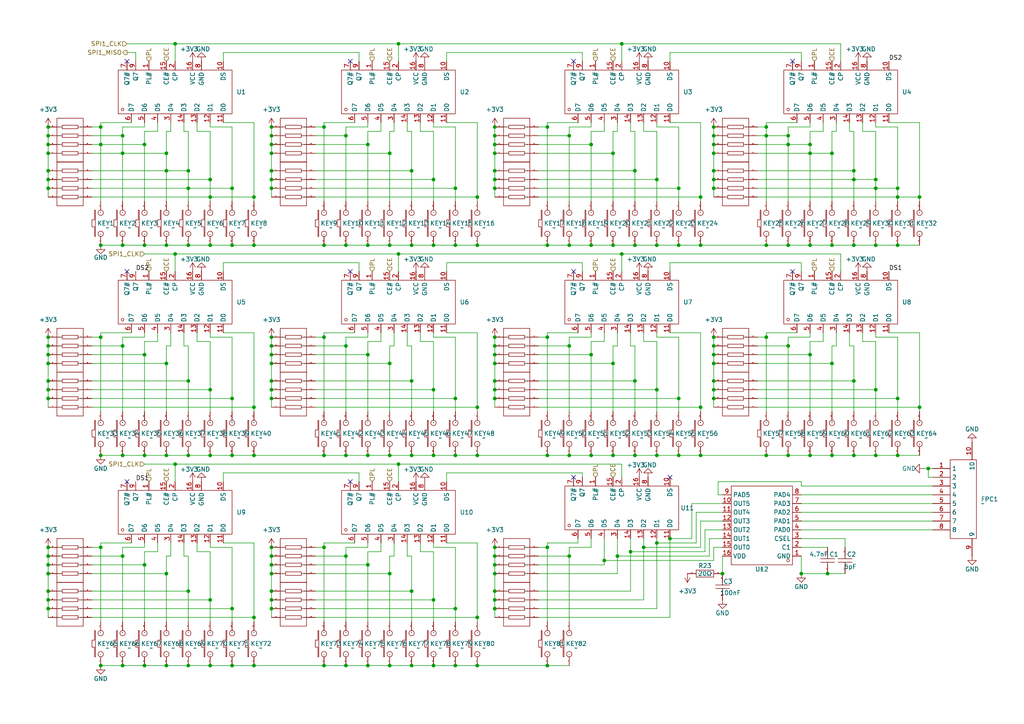
<source format=kicad_sch>
(kicad_sch (version 20231120) (generator "eeschema") (generator_version "8.0")
  (paper "A4")
  (lib_symbols
    (symbol "persional_library:0402C"
      (property "Reference" "C" (at 0 0 0))
      (symbol "0402C_1_0"
        (pin input line (at -3.81 0 0) (length 2.54) (name "1") (number "1"))
        (pin input line (at 3.81 0 180) (length 2.54) (name "2") (number "2"))
      )
    )
    (symbol "persional_library:0402R"
      (property "Reference" "R" (at 0 0 0))
      (symbol "0402R_1_0"
        (pin input line (at -5.08 0 0) (length 2.54) (name "1") (number "1"))
        (pin input line (at 5.08 0 180) (length 2.54) (name "2") (number "2"))
      )
    )
    (symbol "persional_library:4x0402R"
      (property "Reference" "R" (at 0 0 0))
      (symbol "4x0402R_1_0"
        (pin input line (at -6.35 3.81 0) (length 2.54) (name "1") (number "1"))
        (pin input line (at -6.35 1.27 0) (length 2.54) (name "2") (number "2"))
        (pin input line (at -6.35 -1.27 0) (length 2.54) (name "3") (number "3"))
        (pin input line (at -6.35 -3.81 0) (length 2.54) (name "4") (number "4"))
        (pin input line (at 6.35 -3.81 180) (length 2.54) (name "5") (number "5"))
        (pin input line (at 6.35 -1.27 180) (length 2.54) (name "6") (number "6"))
        (pin input line (at 6.35 1.27 180) (length 2.54) (name "7") (number "7"))
        (pin input line (at 6.35 3.81 180) (length 2.54) (name "8") (number "8"))
      )
    )
    (symbol "persional_library:74HC165D,653"
      (property "Reference" "U" (at 0 0 0))
      (symbol "74HC165D,653_1_0"
        (pin input line (at 8.89 2.54 180) (length 2.54) (name "PL#") (number "1"))
        (pin input line (at 8.89 -19.05 180) (length 2.54) (name "DS") (number "10"))
        (pin input line (at -8.89 -19.05 0) (length 2.54) (name "D0") (number "11"))
        (pin input line (at -8.89 -15.24 0) (length 2.54) (name "D1") (number "12"))
        (pin input line (at -8.89 -11.43 0) (length 2.54) (name "D2") (number "13"))
        (pin input line (at -8.89 -7.62 0) (length 2.54) (name "D3") (number "14"))
        (pin input line (at 8.89 -2.54 180) (length 2.54) (name "CE#") (number "15"))
        (pin input line (at 8.89 -10.16 180) (length 2.54) (name "VCC") (number "16"))
        (pin input line (at 8.89 -5.08 180) (length 2.54) (name "CP") (number "2"))
        (pin input line (at -8.89 -3.81 0) (length 2.54) (name "D4") (number "3"))
        (pin input line (at -8.89 0 0) (length 2.54) (name "D5") (number "4"))
        (pin input line (at -8.89 3.81 0) (length 2.54) (name "D6") (number "5"))
        (pin input line (at -8.89 7.62 0) (length 2.54) (name "D7") (number "6"))
        (pin input line (at 8.89 8.89 180) (length 2.54) (name "Q7#") (number "7"))
        (pin input line (at 8.89 -12.7 180) (length 2.54) (name "GND") (number "8"))
        (pin input line (at 8.89 6.35 180) (length 2.54) (name "Q7") (number "9"))
      )
    )
    (symbol "persional_library:AFC01-S08FCA-00"
      (property "Reference" "FPC" (at 0 0 0))
      (symbol "AFC01-S08FCA-00_1_0"
        (pin input line (at -6.35 8.89 0) (length 5.08) (name "1") (number "1"))
        (pin input line (at 5.08 16.51 270) (length 5.08) (name "10") (number "10"))
        (pin input line (at -6.35 6.35 0) (length 5.08) (name "2") (number "2"))
        (pin input line (at -6.35 3.81 0) (length 5.08) (name "3") (number "3"))
        (pin input line (at -6.35 1.27 0) (length 5.08) (name "4") (number "4"))
        (pin input line (at -6.35 -1.27 0) (length 5.08) (name "5") (number "5"))
        (pin input line (at -6.35 -3.81 0) (length 5.08) (name "6") (number "6"))
        (pin input line (at -6.35 -6.35 0) (length 5.08) (name "7") (number "7"))
        (pin input line (at -6.35 -8.89 0) (length 5.08) (name "8") (number "8"))
        (pin input line (at 5.08 -16.51 90) (length 5.08) (name "9") (number "9"))
      )
    )
    (symbol "persional_library:KEYBOARD-SW"
      (property "Reference" "KEY" (at 3.81 3.302 0))
      (symbol "KEYBOARD-SW_1_0"
        (pin input line (at -2.54 0 0) (length 2.54) (name "1") (number "1"))
        (pin input line (at 10.16 0 180) (length 2.54) (name "2") (number "2"))
      )
    )
    (symbol "persional_library:XW06A"
      (property "Reference" "U" (at 0 0 0))
      (symbol "XW06A_1_0"
        (pin input line (at -12.7 10.16 0) (length 2.54) (name "GND") (number "1"))
        (pin input line (at 10.16 -5.08 180) (length 2.54) (name "OUT5") (number "10"))
        (pin input line (at 10.16 -2.54 180) (length 2.54) (name "OUT4") (number "11"))
        (pin input line (at 10.16 0 180) (length 2.54) (name "OUT3") (number "12"))
        (pin input line (at 10.16 2.54 180) (length 2.54) (name "OUT2") (number "13"))
        (pin input line (at 10.16 5.08 180) (length 2.54) (name "OUT1") (number "14"))
        (pin input line (at 10.16 7.62 180) (length 2.54) (name "OUT0") (number "15"))
        (pin input line (at 10.16 10.16 180) (length 2.54) (name "VDD") (number "16"))
        (pin input line (at -12.7 7.62 0) (length 2.54) (name "C1") (number "2"))
        (pin input line (at -12.7 5.08 0) (length 2.54) (name "CSEL") (number "3"))
        (pin input line (at -12.7 2.54 0) (length 2.54) (name "PAD0") (number "4"))
        (pin input line (at -12.7 0 0) (length 2.54) (name "PAD1") (number "5"))
        (pin input line (at -12.7 -2.54 0) (length 2.54) (name "PAD2") (number "6"))
        (pin input line (at -12.7 -5.08 0) (length 2.54) (name "PAD3") (number "7"))
        (pin input line (at -12.7 -7.62 0) (length 2.54) (name "PAD4") (number "8"))
        (pin input line (at 10.16 -7.62 180) (length 2.54) (name "PAD5") (number "9"))
      )
    )
    (symbol "power:+3V3" (power) (pin_numbers hide) (pin_names (offset 0) hide)
      (property "Value" "+3V3" (at 0 3.556 0))
      (symbol "+3V3_1_1"
        (pin power_in line (at 0 0 90) (length 0) (name "~") (number "1"))
      )
    )
    (symbol "power:GND" (power) (pin_numbers hide) (pin_names (offset 0) hide)
      (property "Value" "GND" (at 0 -3.81 0))
      (symbol "GND_1_1"
        (pin power_in line (at 0 0 270) (length 0) (name "~") (number "1"))
      )
    )
  )
  (junction (at 13.97 113.03))
  (junction (at 35.56 193.04))
  (junction (at 78.74 52.07))
  (junction (at 203.2 71.12))
  (junction (at 207.01 39.37))
  (junction (at 73.66 193.04))
  (junction (at 138.43 57.15))
  (junction (at 119.38 110.49))
  (junction (at 54.61 171.45))
  (junction (at 143.51 102.87))
  (junction (at 93.98 193.04))
  (junction (at 158.75 193.04))
  (junction (at 78.74 49.53))
  (junction (at 175.26 162.56))
  (junction (at 234.95 44.45))
  (junction (at 78.74 158.75))
  (junction (at 171.45 132.08))
  (junction (at 165.1 71.12))
  (junction (at 260.35 57.15))
  (junction (at 203.2 118.11))
  (junction (at 260.35 132.08))
  (junction (at 196.85 115.57))
  (junction (at 207.01 36.83))
  (junction (at 106.68 163.83))
  (junction (at 232.41 166.37))
  (junction (at 143.51 100.33))
  (junction (at 184.15 49.53))
  (junction (at 143.51 176.53))
  (junction (at 194.31 156.21))
  (junction (at 50.8 73.66))
  (junction (at 73.66 71.12))
  (junction (at 60.96 132.08))
  (junction (at 78.74 97.79))
  (junction (at 165.1 39.37))
  (junction (at 106.68 41.91))
  (junction (at 143.51 115.57))
  (junction (at 254 52.07))
  (junction (at 254 132.08))
  (junction (at 13.97 173.99))
  (junction (at 67.31 176.53))
  (junction (at 254 54.61))
  (junction (at 203.2 132.08))
  (junction (at 184.15 71.12))
  (junction (at 209.55 166.37))
  (junction (at 241.3 132.08))
  (junction (at 78.74 171.45))
  (junction (at 13.97 44.45))
  (junction (at 143.51 158.75))
  (junction (at 48.26 44.45))
  (junction (at 54.61 193.04))
  (junction (at 100.33 71.12))
  (junction (at 93.98 71.12))
  (junction (at 60.96 57.15))
  (junction (at 54.61 132.08))
  (junction (at 93.98 97.79))
  (junction (at 29.21 132.08))
  (junction (at 113.03 105.41))
  (junction (at 143.51 41.91))
  (junction (at 113.03 71.12))
  (junction (at 138.43 71.12))
  (junction (at 260.35 71.12))
  (junction (at 48.26 71.12))
  (junction (at 113.03 166.37))
  (junction (at 132.08 54.61))
  (junction (at 207.01 115.57))
  (junction (at 207.01 41.91))
  (junction (at 234.95 132.08))
  (junction (at 138.43 179.07))
  (junction (at 60.96 113.03))
  (junction (at 13.97 36.83))
  (junction (at 158.75 158.75))
  (junction (at 78.74 161.29))
  (junction (at 35.56 132.08))
  (junction (at 182.88 160.02))
  (junction (at 228.6 71.12))
  (junction (at 138.43 193.04))
  (junction (at 228.6 41.91))
  (junction (at 240.03 166.37))
  (junction (at 125.73 52.07))
  (junction (at 100.33 161.29))
  (junction (at 115.57 134.62))
  (junction (at 228.6 132.08))
  (junction (at 247.65 110.49))
  (junction (at 143.51 97.79))
  (junction (at 247.65 71.12))
  (junction (at 125.73 173.99))
  (junction (at 207.01 49.53))
  (junction (at 260.35 115.57))
  (junction (at 41.91 132.08))
  (junction (at 78.74 36.83))
  (junction (at 158.75 36.83))
  (junction (at 29.21 71.12))
  (junction (at 184.15 110.49))
  (junction (at 158.75 97.79))
  (junction (at 247.65 49.53))
  (junction (at 165.1 100.33))
  (junction (at 41.91 71.12))
  (junction (at 143.51 36.83))
  (junction (at 207.01 52.07))
  (junction (at 115.57 73.66))
  (junction (at 106.68 132.08))
  (junction (at 60.96 193.04))
  (junction (at 190.5 52.07))
  (junction (at 115.57 12.7))
  (junction (at 165.1 161.29))
  (junction (at 35.56 161.29))
  (junction (at 266.7 118.11))
  (junction (at 207.01 54.61))
  (junction (at 13.97 176.53))
  (junction (at 13.97 39.37))
  (junction (at 73.66 118.11))
  (junction (at 143.51 171.45))
  (junction (at 125.73 193.04))
  (junction (at 222.25 36.83))
  (junction (at 125.73 113.03))
  (junction (at 54.61 49.53))
  (junction (at 119.38 171.45))
  (junction (at 222.25 132.08))
  (junction (at 48.26 193.04))
  (junction (at 180.34 12.7))
  (junction (at 119.38 132.08))
  (junction (at 228.6 100.33))
  (junction (at 35.56 100.33))
  (junction (at 158.75 132.08))
  (junction (at 78.74 105.41))
  (junction (at 119.38 71.12))
  (junction (at 143.51 163.83))
  (junction (at 93.98 132.08))
  (junction (at 171.45 71.12))
  (junction (at 13.97 171.45))
  (junction (at 234.95 102.87))
  (junction (at 177.8 132.08))
  (junction (at 73.66 179.07))
  (junction (at 143.51 110.49))
  (junction (at 48.26 105.41))
  (junction (at 41.91 163.83))
  (junction (at 260.35 54.61))
  (junction (at 190.5 132.08))
  (junction (at 177.8 71.12))
  (junction (at 180.34 73.66))
  (junction (at 203.2 57.15))
  (junction (at 241.3 105.41))
  (junction (at 60.96 173.99))
  (junction (at 269.24 135.89))
  (junction (at 179.07 161.29))
  (junction (at 100.33 39.37))
  (junction (at 29.21 41.91))
  (junction (at 222.25 71.12))
  (junction (at 29.21 97.79))
  (junction (at 241.3 71.12))
  (junction (at 132.08 176.53))
  (junction (at 13.97 102.87))
  (junction (at 207.01 102.87))
  (junction (at 13.97 166.37))
  (junction (at 241.3 44.45))
  (junction (at 138.43 118.11))
  (junction (at 67.31 54.61))
  (junction (at 78.74 163.83))
  (junction (at 196.85 54.61))
  (junction (at 143.51 161.29))
  (junction (at 132.08 71.12))
  (junction (at 78.74 113.03))
  (junction (at 113.03 193.04))
  (junction (at 190.5 113.03))
  (junction (at 78.74 110.49))
  (junction (at 78.74 39.37))
  (junction (at 29.21 193.04))
  (junction (at 13.97 100.33))
  (junction (at 78.74 102.87))
  (junction (at 13.97 54.61))
  (junction (at 54.61 110.49))
  (junction (at 78.74 100.33))
  (junction (at 113.03 132.08))
  (junction (at 29.21 158.75))
  (junction (at 106.68 102.87))
  (junction (at 13.97 105.41))
  (junction (at 119.38 193.04))
  (junction (at 125.73 132.08))
  (junction (at 100.33 132.08))
  (junction (at 138.43 132.08))
  (junction (at 143.51 105.41))
  (junction (at 106.68 71.12))
  (junction (at 158.75 71.12))
  (junction (at 143.51 173.99))
  (junction (at 196.85 71.12))
  (junction (at 78.74 176.53))
  (junction (at 119.38 49.53))
  (junction (at 207.01 44.45))
  (junction (at 222.25 39.37))
  (junction (at 100.33 100.33))
  (junction (at 177.8 44.45))
  (junction (at 234.95 41.91))
  (junction (at 60.96 71.12))
  (junction (at 35.56 44.45))
  (junction (at 41.91 193.04))
  (junction (at 143.51 113.03))
  (junction (at 106.68 193.04))
  (junction (at 190.5 71.12))
  (junction (at 78.74 115.57))
  (junction (at 13.97 163.83))
  (junction (at 254 113.03))
  (junction (at 93.98 158.75))
  (junction (at 171.45 41.91))
  (junction (at 13.97 41.91))
  (junction (at 13.97 97.79))
  (junction (at 184.15 132.08))
  (junction (at 41.91 102.87))
  (junction (at 48.26 49.53))
  (junction (at 125.73 71.12))
  (junction (at 207.01 110.49))
  (junction (at 78.74 173.99))
  (junction (at 143.51 54.61))
  (junction (at 247.65 132.08))
  (junction (at 207.01 113.03))
  (junction (at 50.8 12.7))
  (junction (at 48.26 166.37))
  (junction (at 113.03 44.45))
  (junction (at 54.61 54.61))
  (junction (at 73.66 57.15))
  (junction (at 196.85 132.08))
  (junction (at 247.65 52.07))
  (junction (at 13.97 115.57))
  (junction (at 222.25 97.79))
  (junction (at 186.69 158.75))
  (junction (at 143.51 44.45))
  (junction (at 177.8 105.41))
  (junction (at 207.01 105.41))
  (junction (at 190.5 157.48))
  (junction (at 207.01 100.33))
  (junction (at 132.08 193.04))
  (junction (at 67.31 115.57))
  (junction (at 48.26 132.08))
  (junction (at 143.51 52.07))
  (junction (at 35.56 71.12))
  (junction (at 54.61 71.12))
  (junction (at 266.7 57.15))
  (junction (at 13.97 52.07))
  (junction (at 143.51 166.37))
  (junction (at 29.21 36.83))
  (junction (at 78.74 41.91))
  (junction (at 254 71.12))
  (junction (at 100.33 193.04))
  (junction (at 67.31 193.04))
  (junction (at 13.97 161.29))
  (junction (at 60.96 52.07))
  (junction (at 78.74 44.45))
  (junction (at 50.8 134.62))
  (junction (at 132.08 115.57))
  (junction (at 13.97 49.53))
  (junction (at 67.31 132.08))
  (junction (at 143.51 39.37))
  (junction (at 67.31 71.12))
  (junction (at 93.98 36.83))
  (junction (at 13.97 110.49))
  (junction (at 207.01 97.79))
  (junction (at 234.95 71.12))
  (junction (at 143.51 49.53))
  (junction (at 78.74 166.37))
  (junction (at 132.08 132.08))
  (junction (at 73.66 132.08))
  (junction (at 78.74 54.61))
  (junction (at 228.6 39.37))
  (junction (at 13.97 158.75))
  (junction (at 41.91 41.91))
  (junction (at 35.56 39.37))
  (junction (at 171.45 102.87))
  (junction (at 165.1 132.08))
  (no_connect (at 101.6 78.74))
  (no_connect (at 36.83 78.74))
  (no_connect (at 101.6 17.78))
  (no_connect (at 166.37 17.78))
  (no_connect (at 36.83 17.78))
  (no_connect (at 166.37 138.43))
  (no_connect (at 229.87 17.78))
  (no_connect (at 36.83 139.7))
  (no_connect (at 166.37 78.74))
  (no_connect (at 101.6 139.7))
  (no_connect (at 194.31 138.43))
  (no_connect (at 229.87 78.74))
  (wire (pts (xy 177.8 38.1) (xy 179.07 38.1)))
  (wire (pts (xy 219.71 100.33) (xy 228.6 100.33)))
  (wire (pts (xy 113.03 38.1) (xy 114.3 38.1)))
  (wire (pts (xy 196.85 132.08) (xy 203.2 132.08)))
  (wire (pts (xy 156.21 54.61) (xy 196.85 54.61)))
  (wire (pts (xy 106.68 157.48) (xy 106.68 158.75)))
  (wire (pts (xy 78.74 100.33) (xy 78.74 102.87)))
  (wire (pts (xy 190.5 97.79) (xy 196.85 97.79)))
  (wire (pts (xy 60.96 99.06) (xy 60.96 113.03)))
  (wire (pts (xy 219.71 54.61) (xy 254 54.61)))
  (wire (pts (xy 208.28 139.7) (xy 208.28 143.51)))
  (wire (pts (xy 106.68 97.79) (xy 100.33 97.79)))
  (wire (pts (xy 254 38.1) (xy 254 52.07)))
  (wire (pts (xy 201.93 148.59) (xy 209.55 148.59)))
  (wire (pts (xy 110.49 157.48) (xy 110.49 160.02)))
  (wire (pts (xy 45.72 99.06) (xy 41.91 99.06)))
  (wire (pts (xy 234.95 132.08) (xy 241.3 132.08)))
  (wire (pts (xy 36.83 15.24) (xy 39.37 15.24)))
  (wire (pts (xy 257.81 35.56) (xy 266.7 35.56)))
  (wire (pts (xy 232.41 143.51) (xy 270.51 143.51)))
  (wire (pts (xy 119.38 71.12) (xy 125.73 71.12)))
  (wire (pts (xy 78.74 171.45) (xy 78.74 173.99)))
  (wire (pts (xy 241.3 105.41) (xy 241.3 119.38)))
  (wire (pts (xy 29.21 35.56) (xy 38.1 35.56)))
  (wire (pts (xy 241.3 132.08) (xy 247.65 132.08)))
  (wire (pts (xy 106.68 41.91) (xy 106.68 58.42)))
  (wire (pts (xy 104.14 15.24) (xy 64.77 15.24)))
  (wire (pts (xy 242.57 96.52) (xy 242.57 100.33)))
  (wire (pts (xy 232.41 76.2) (xy 194.31 76.2)))
  (wire (pts (xy 115.57 12.7) (xy 115.57 17.78)))
  (wire (pts (xy 180.34 138.43) (xy 180.34 134.62)))
  (wire (pts (xy 260.35 57.15) (xy 260.35 54.61)))
  (wire (pts (xy 78.74 54.61) (xy 78.74 57.15)))
  (wire (pts (xy 247.65 71.12) (xy 254 71.12)))
  (wire (pts (xy 100.33 158.75) (xy 100.33 161.29)))
  (wire (pts (xy 26.67 54.61) (xy 54.61 54.61)))
  (wire (pts (xy 48.26 105.41) (xy 48.26 119.38)))
  (wire (pts (xy 234.95 38.1) (xy 238.76 38.1)))
  (wire (pts (xy 207.01 39.37) (xy 207.01 41.91)))
  (wire (pts (xy 78.74 161.29) (xy 78.74 163.83)))
  (wire (pts (xy 203.2 118.11) (xy 203.2 119.38)))
  (wire (pts (xy 143.51 49.53) (xy 143.51 52.07)))
  (wire (pts (xy 207.01 41.91) (xy 207.01 44.45)))
  (wire (pts (xy 165.1 161.29) (xy 165.1 180.34)))
  (wire (pts (xy 114.3 96.52) (xy 114.3 100.33)))
  (wire (pts (xy 219.71 49.53) (xy 247.65 49.53)))
  (wire (pts (xy 106.68 96.52) (xy 106.68 97.79)))
  (wire (pts (xy 240.03 166.37) (xy 245.11 166.37)))
  (wire (pts (xy 121.92 99.06) (xy 125.73 99.06)))
  (wire (pts (xy 138.43 35.56) (xy 138.43 57.15)))
  (wire (pts (xy 260.35 57.15) (xy 266.7 57.15)))
  (wire (pts (xy 54.61 38.1) (xy 53.34 38.1)))
  (wire (pts (xy 200.66 156.21) (xy 194.31 156.21)))
  (wire (pts (xy 156.21 176.53) (xy 190.5 176.53)))
  (wire (pts (xy 222.25 35.56) (xy 231.14 35.56)))
  (wire (pts (xy 190.5 71.12) (xy 196.85 71.12)))
  (wire (pts (xy 247.65 132.08) (xy 254 132.08)))
  (wire (pts (xy 119.38 171.45) (xy 119.38 180.34)))
  (wire (pts (xy 254 54.61) (xy 260.35 54.61)))
  (wire (pts (xy 260.35 71.12) (xy 266.7 71.12)))
  (wire (pts (xy 91.44 118.11) (xy 138.43 118.11)))
  (wire (pts (xy 64.77 96.52) (xy 73.66 96.52)))
  (wire (pts (xy 207.01 102.87) (xy 207.01 105.41)))
  (wire (pts (xy 184.15 110.49) (xy 184.15 119.38)))
  (wire (pts (xy 203.2 158.75) (xy 203.2 151.13)))
  (wire (pts (xy 93.98 71.12) (xy 100.33 71.12)))
  (wire (pts (xy 26.67 105.41) (xy 48.26 105.41)))
  (wire (pts (xy 138.43 193.04) (xy 158.75 193.04)))
  (wire (pts (xy 60.96 38.1) (xy 60.96 52.07)))
  (wire (pts (xy 78.74 158.75) (xy 78.74 161.29)))
  (wire (pts (xy 175.26 156.21) (xy 175.26 162.56)))
  (wire (pts (xy 156.21 39.37) (xy 165.1 39.37)))
  (wire (pts (xy 143.51 166.37) (xy 143.51 171.45)))
  (wire (pts (xy 182.88 160.02) (xy 182.88 156.21)))
  (wire (pts (xy 143.51 176.53) (xy 143.51 179.07)))
  (wire (pts (xy 165.1 97.79) (xy 165.1 100.33)))
  (wire (pts (xy 234.95 71.12) (xy 241.3 71.12)))
  (wire (pts (xy 179.07 100.33) (xy 177.8 100.33)))
  (wire (pts (xy 196.85 97.79) (xy 196.85 115.57)))
  (wire (pts (xy 54.61 54.61) (xy 54.61 58.42)))
  (wire (pts (xy 113.03 132.08) (xy 119.38 132.08)))
  (wire (pts (xy 254 36.83) (xy 260.35 36.83)))
  (wire (pts (xy 93.98 35.56) (xy 93.98 36.83)))
  (wire (pts (xy 158.75 35.56) (xy 158.75 36.83)))
  (wire (pts (xy 238.76 96.52) (xy 238.76 99.06)))
  (wire (pts (xy 250.19 38.1) (xy 254 38.1)))
  (wire (pts (xy 228.6 132.08) (xy 234.95 132.08)))
  (wire (pts (xy 113.03 100.33) (xy 113.03 105.41)))
  (wire (pts (xy 13.97 100.33) (xy 13.97 102.87)))
  (wire (pts (xy 29.21 41.91) (xy 41.91 41.91)))
  (wire (pts (xy 171.45 71.12) (xy 177.8 71.12)))
  (wire (pts (xy 184.15 132.08) (xy 190.5 132.08)))
  (wire (pts (xy 115.57 134.62) (xy 50.8 134.62)))
  (wire (pts (xy 125.73 160.02) (xy 125.73 173.99)))
  (wire (pts (xy 182.88 100.33) (xy 184.15 100.33)))
  (wire (pts (xy 60.96 71.12) (xy 67.31 71.12)))
  (wire (pts (xy 60.96 38.1) (xy 57.15 38.1)))
  (wire (pts (xy 207.01 158.75) (xy 209.55 158.75)))
  (wire (pts (xy 125.73 193.04) (xy 132.08 193.04)))
  (wire (pts (xy 222.25 39.37) (xy 222.25 58.42)))
  (wire (pts (xy 13.97 97.79) (xy 13.97 100.33)))
  (wire (pts (xy 53.34 161.29) (xy 54.61 161.29)))
  (wire (pts (xy 156.21 158.75) (xy 158.75 158.75)))
  (wire (pts (xy 64.77 15.24) (xy 64.77 17.78)))
  (wire (pts (xy 119.38 193.04) (xy 125.73 193.04)))
  (wire (pts (xy 228.6 100.33) (xy 228.6 119.38)))
  (wire (pts (xy 203.2 71.12) (xy 222.25 71.12)))
  (wire (pts (xy 171.45 38.1) (xy 175.26 38.1)))
  (wire (pts (xy 254 35.56) (xy 254 36.83)))
  (wire (pts (xy 168.91 137.16) (xy 129.54 137.16)))
  (wire (pts (xy 54.61 193.04) (xy 60.96 193.04)))
  (wire (pts (xy 132.08 132.08) (xy 138.43 132.08)))
  (wire (pts (xy 113.03 166.37) (xy 113.03 180.34)))
  (wire (pts (xy 29.21 35.56) (xy 29.21 36.83)))
  (wire (pts (xy 270.51 138.43) (xy 269.24 138.43)))
  (wire (pts (xy 114.3 38.1) (xy 114.3 35.56)))
  (wire (pts (xy 186.69 35.56) (xy 186.69 38.1)))
  (wire (pts (xy 60.96 57.15) (xy 73.66 57.15)))
  (wire (pts (xy 250.19 99.06) (xy 254 99.06)))
  (wire (pts (xy 57.15 157.48) (xy 57.15 160.02)))
  (wire (pts (xy 242.57 38.1) (xy 242.57 35.56)))
  (wire (pts (xy 165.1 71.12) (xy 171.45 71.12)))
  (wire (pts (xy 29.21 158.75) (xy 29.21 180.34)))
  (wire (pts (xy 53.34 157.48) (xy 53.34 161.29)))
  (wire (pts (xy 129.54 15.24) (xy 129.54 17.78)))
  (wire (pts (xy 156.21 97.79) (xy 158.75 97.79)))
  (wire (pts (xy 48.26 193.04) (xy 54.61 193.04)))
  (wire (pts (xy 156.21 41.91) (xy 171.45 41.91)))
  (wire (pts (xy 182.88 171.45) (xy 182.88 160.02)))
  (wire (pts (xy 167.64 156.21) (xy 167.64 157.48)))
  (wire (pts (xy 54.61 110.49) (xy 54.61 119.38)))
  (wire (pts (xy 53.34 100.33) (xy 54.61 100.33)))
  (wire (pts (xy 138.43 157.48) (xy 138.43 179.07)))
  (wire (pts (xy 132.08 115.57) (xy 132.08 119.38)))
  (wire (pts (xy 73.66 71.12) (xy 93.98 71.12)))
  (wire (pts (xy 121.92 96.52) (xy 121.92 99.06)))
  (wire (pts (xy 182.88 96.52) (xy 182.88 100.33)))
  (wire (pts (xy 156.21 179.07) (xy 194.31 179.07)))
  (wire (pts (xy 114.3 100.33) (xy 113.03 100.33)))
  (wire (pts (xy 29.21 96.52) (xy 29.21 97.79)))
  (wire (pts (xy 54.61 49.53) (xy 54.61 54.61)))
  (wire (pts (xy 156.21 105.41) (xy 177.8 105.41)))
  (wire (pts (xy 125.73 113.03) (xy 125.73 119.38)))
  (wire (pts (xy 118.11 35.56) (xy 118.11 38.1)))
  (wire (pts (xy 91.44 100.33) (xy 100.33 100.33)))
  (wire (pts (xy 260.35 132.08) (xy 266.7 132.08)))
  (wire (pts (xy 241.3 38.1) (xy 242.57 38.1)))
  (wire (pts (xy 13.97 44.45) (xy 13.97 49.53)))
  (wire (pts (xy 54.61 54.61) (xy 67.31 54.61)))
  (wire (pts (xy 254 71.12) (xy 260.35 71.12)))
  (wire (pts (xy 60.96 158.75) (xy 67.31 158.75)))
  (wire (pts (xy 143.51 173.99) (xy 143.51 176.53)))
  (wire (pts (xy 186.69 38.1) (xy 190.5 38.1)))
  (wire (pts (xy 186.69 156.21) (xy 186.69 158.75)))
  (wire (pts (xy 232.41 140.97) (xy 232.41 139.7)))
  (wire (pts (xy 250.19 96.52) (xy 250.19 99.06)))
  (wire (pts (xy 260.35 36.83) (xy 260.35 54.61)))
  (wire (pts (xy 156.21 173.99) (xy 186.69 173.99)))
  (wire (pts (xy 13.97 52.07) (xy 13.97 54.61)))
  (wire (pts (xy 219.71 105.41) (xy 241.3 105.41)))
  (wire (pts (xy 91.44 39.37) (xy 100.33 39.37)))
  (wire (pts (xy 26.67 41.91) (xy 29.21 41.91)))
  (wire (pts (xy 125.73 36.83) (xy 132.08 36.83)))
  (wire (pts (xy 106.68 102.87) (xy 106.68 119.38)))
  (wire (pts (xy 26.67 52.07) (xy 60.96 52.07)))
  (wire (pts (xy 91.44 110.49) (xy 119.38 110.49)))
  (wire (pts (xy 222.25 35.56) (xy 222.25 36.83)))
  (wire (pts (xy 29.21 132.08) (xy 35.56 132.08)))
  (wire (pts (xy 254 52.07) (xy 254 54.61)))
  (wire (pts (xy 36.83 12.7) (xy 50.8 12.7)))
  (wire (pts (xy 60.96 193.04) (xy 67.31 193.04)))
  (wire (pts (xy 190.5 132.08) (xy 196.85 132.08)))
  (wire (pts (xy 78.74 52.07) (xy 78.74 54.61)))
  (wire (pts (xy 156.21 171.45) (xy 182.88 171.45)))
  (wire (pts (xy 184.15 38.1) (xy 184.15 49.53)))
  (wire (pts (xy 219.71 39.37) (xy 222.25 39.37)))
  (wire (pts (xy 121.92 160.02) (xy 125.73 160.02)))
  (wire (pts (xy 41.91 157.48) (xy 41.91 158.75)))
  (wire (pts (xy 73.66 157.48) (xy 73.66 179.07)))
  (wire (pts (xy 26.67 57.15) (xy 60.96 57.15)))
  (wire (pts (xy 205.74 161.29) (xy 205.74 156.21)))
  (wire (pts (xy 138.43 71.12) (xy 158.75 71.12)))
  (wire (pts (xy 228.6 36.83) (xy 228.6 39.37)))
  (wire (pts (xy 13.97 163.83) (xy 13.97 166.37)))
  (wire (pts (xy 106.68 36.83) (xy 106.68 35.56)))
  (wire (pts (xy 209.55 153.67) (xy 204.47 153.67)))
  (wire (pts (xy 41.91 134.62) (xy 50.8 134.62)))
  (wire (pts (xy 143.51 115.57) (xy 143.51 118.11)))
  (wire (pts (xy 39.37 15.24) (xy 39.37 17.78)))
  (wire (pts (xy 104.14 137.16) (xy 64.77 137.16)))
  (wire (pts (xy 64.77 76.2) (xy 64.77 78.74)))
  (wire (pts (xy 54.61 38.1) (xy 54.61 49.53)))
  (wire (pts (xy 194.31 35.56) (xy 203.2 35.56)))
  (wire (pts (xy 232.41 156.21) (xy 245.11 156.21)))
  (wire (pts (xy 190.5 176.53) (xy 190.5 157.48)))
  (wire (pts (xy 60.96 57.15) (xy 60.96 58.42)))
  (wire (pts (xy 168.91 78.74) (xy 168.91 76.2)))
  (wire (pts (xy 222.25 97.79) (xy 222.25 119.38)))
  (wire (pts (xy 91.44 161.29) (xy 100.33 161.29)))
  (wire (pts (xy 100.33 100.33) (xy 100.33 119.38)))
  (wire (pts (xy 208.28 143.51) (xy 209.55 143.51)))
  (wire (pts (xy 100.33 36.83) (xy 100.33 39.37)))
  (wire (pts (xy 143.51 161.29) (xy 143.51 163.83)))
  (wire (pts (xy 232.41 161.29) (xy 232.41 166.37)))
  (wire (pts (xy 132.08 176.53) (xy 132.08 180.34)))
  (wire (pts (xy 196.85 58.42) (xy 196.85 54.61)))
  (wire (pts (xy 100.33 161.29) (xy 100.33 180.34)))
  (wire (pts (xy 106.68 99.06) (xy 106.68 102.87)))
  (wire (pts (xy 45.72 96.52) (xy 45.72 99.06)))
  (wire (pts (xy 41.91 97.79) (xy 35.56 97.79)))
  (wire (pts (xy 203.2 57.15) (xy 203.2 58.42)))
  (wire (pts (xy 232.41 148.59) (xy 270.51 148.59)))
  (wire (pts (xy 177.8 132.08) (xy 184.15 132.08)))
  (wire (pts (xy 50.8 73.66) (xy 50.8 78.74)))
  (wire (pts (xy 266.7 118.11) (xy 266.7 119.38)))
  (wire (pts (xy 203.2 151.13) (xy 209.55 151.13)))
  (wire (pts (xy 158.75 36.83) (xy 158.75 58.42)))
  (wire (pts (xy 156.21 44.45) (xy 177.8 44.45)))
  (wire (pts (xy 186.69 158.75) (xy 203.2 158.75)))
  (wire (pts (xy 13.97 41.91) (xy 13.97 44.45)))
  (wire (pts (xy 29.21 41.91) (xy 29.21 58.42)))
  (wire (pts (xy 228.6 97.79) (xy 228.6 100.33)))
  (wire (pts (xy 171.45 132.08) (xy 177.8 132.08)))
  (wire (pts (xy 179.07 156.21) (xy 179.07 161.29)))
  (wire (pts (xy 254 99.06) (xy 254 113.03)))
  (wire (pts (xy 13.97 115.57) (xy 13.97 118.11)))
  (wire (pts (xy 64.77 157.48) (xy 73.66 157.48)))
  (wire (pts (xy 106.68 160.02) (xy 106.68 163.83)))
  (wire (pts (xy 228.6 41.91) (xy 228.6 58.42)))
  (wire (pts (xy 177.8 71.12) (xy 184.15 71.12)))
  (wire (pts (xy 125.73 52.07) (xy 125.73 58.42)))
  (wire (pts (xy 196.85 36.83) (xy 196.85 54.61)))
  (wire (pts (xy 67.31 132.08) (xy 73.66 132.08)))
  (wire (pts (xy 35.56 44.45) (xy 48.26 44.45)))
  (wire (pts (xy 219.71 115.57) (xy 260.35 115.57)))
  (wire (pts (xy 125.73 132.08) (xy 132.08 132.08)))
  (wire (pts (xy 194.31 179.07) (xy 194.31 156.21)))
  (wire (pts (xy 73.66 35.56) (xy 73.66 57.15)))
  (wire (pts (xy 49.53 157.48) (xy 49.53 161.29)))
  (wire (pts (xy 93.98 35.56) (xy 102.87 35.56)))
  (wire (pts (xy 13.97 105.41) (xy 13.97 110.49)))
  (wire (pts (xy 234.95 35.56) (xy 234.95 36.83)))
  (wire (pts (xy 119.38 100.33) (xy 119.38 110.49)))
  (wire (pts (xy 13.97 161.29) (xy 13.97 163.83)))
  (wire (pts (xy 156.21 36.83) (xy 158.75 36.83)))
  (wire (pts (xy 119.38 110.49) (xy 119.38 119.38)))
  (wire (pts (xy 54.61 132.08) (xy 60.96 132.08)))
  (wire (pts (xy 93.98 132.08) (xy 100.33 132.08)))
  (wire (pts (xy 165.1 36.83) (xy 165.1 39.37)))
  (wire (pts (xy 26.67 179.07) (xy 73.66 179.07)))
  (wire (pts (xy 78.74 163.83) (xy 78.74 166.37)))
  (wire (pts (xy 125.73 35.56) (xy 125.73 36.83)))
  (wire (pts (xy 41.91 160.02) (xy 41.91 163.83)))
  (wire (pts (xy 222.25 132.08) (xy 228.6 132.08)))
  (wire (pts (xy 165.1 100.33) (xy 165.1 119.38)))
  (wire (pts (xy 106.68 132.08) (xy 113.03 132.08)))
  (wire (pts (xy 64.77 137.16) (xy 64.77 139.7)))
  (wire (pts (xy 190.5 36.83) (xy 196.85 36.83)))
  (wire (pts (xy 78.74 105.41) (xy 78.74 110.49)))
  (wire (pts (xy 118.11 161.29) (xy 119.38 161.29)))
  (wire (pts (xy 234.95 44.45) (xy 241.3 44.45)))
  (wire (pts (xy 104.14 17.78) (xy 104.14 15.24)))
  (wire (pts (xy 242.57 100.33) (xy 241.3 100.33)))
  (wire (pts (xy 143.51 110.49) (xy 143.51 113.03)))
  (wire (pts (xy 49.53 100.33) (xy 48.26 100.33)))
  (wire (pts (xy 91.44 179.07) (xy 138.43 179.07)))
  (wire (pts (xy 207.01 100.33) (xy 207.01 102.87)))
  (wire (pts (xy 45.72 157.48) (xy 45.72 160.02)))
  (wire (pts (xy 179.07 38.1) (xy 179.07 35.56)))
  (wire (pts (xy 102.87 157.48) (xy 93.98 157.48)))
  (wire (pts (xy 138.43 96.52) (xy 138.43 118.11)))
  (wire (pts (xy 60.96 97.79) (xy 67.31 97.79)))
  (wire (pts (xy 156.21 161.29) (xy 165.1 161.29)))
  (wire (pts (xy 121.92 157.48) (xy 121.92 160.02)))
  (wire (pts (xy 207.01 54.61) (xy 207.01 57.15)))
  (wire (pts (xy 50.8 12.7) (xy 50.8 17.78)))
  (wire (pts (xy 203.2 96.52) (xy 203.2 118.11)))
  (wire (pts (xy 35.56 132.08) (xy 41.91 132.08)))
  (wire (pts (xy 219.71 110.49) (xy 247.65 110.49)))
  (wire (pts (xy 269.24 138.43) (xy 269.24 135.89)))
  (wire (pts (xy 219.71 102.87) (xy 234.95 102.87)))
  (wire (pts (xy 93.98 96.52) (xy 93.98 97.79)))
  (wire (pts (xy 104.14 76.2) (xy 64.77 76.2)))
  (wire (pts (xy 60.96 113.03) (xy 60.96 119.38)))
  (wire (pts (xy 207.01 52.07) (xy 207.01 54.61)))
  (wire (pts (xy 26.67 161.29) (xy 35.56 161.29)))
  (wire (pts (xy 143.51 97.79) (xy 143.51 100.33)))
  (wire (pts (xy 26.67 113.03) (xy 60.96 113.03)))
  (wire (pts (xy 260.35 115.57) (xy 260.35 119.38)))
  (wire (pts (xy 171.45 97.79) (xy 165.1 97.79)))
  (wire (pts (xy 138.43 132.08) (xy 158.75 132.08)))
  (wire (pts (xy 207.01 44.45) (xy 207.01 49.53)))
  (wire (pts (xy 143.51 100.33) (xy 143.51 102.87)))
  (wire (pts (xy 219.71 57.15) (xy 260.35 57.15)))
  (wire (pts (xy 177.8 44.45) (xy 177.8 58.42)))
  (wire (pts (xy 60.96 132.08) (xy 67.31 132.08)))
  (wire (pts (xy 50.8 12.7) (xy 115.57 12.7)))
  (wire (pts (xy 26.67 39.37) (xy 35.56 39.37)))
  (wire (pts (xy 247.65 49.53) (xy 247.65 52.07)))
  (wire (pts (xy 222.25 36.83) (xy 222.25 39.37)))
  (wire (pts (xy 243.84 73.66) (xy 243.84 78.74)))
  (wire (pts (xy 194.31 15.24) (xy 194.31 17.78)))
  (wire (pts (xy 35.56 71.12) (xy 41.91 71.12)))
  (wire (pts (xy 158.75 96.52) (xy 158.75 97.79)))
  (wire (pts (xy 102.87 96.52) (xy 93.98 96.52)))
  (wire (pts (xy 232.41 158.75) (xy 240.03 158.75)))
  (wire (pts (xy 13.97 176.53) (xy 13.97 179.07)))
  (wire (pts (xy 143.51 39.37) (xy 143.51 41.91)))
  (wire (pts (xy 177.8 38.1) (xy 177.8 44.45)))
  (wire (pts (xy 219.71 44.45) (xy 234.95 44.45)))
  (wire (pts (xy 232.41 15.24) (xy 194.31 15.24)))
  (wire (pts (xy 29.21 157.48) (xy 29.21 158.75)))
  (wire (pts (xy 138.43 118.11) (xy 138.43 119.38)))
  (wire (pts (xy 104.14 78.74) (xy 104.14 76.2)))
  (wire (pts (xy 114.3 157.48) (xy 114.3 161.29)))
  (wire (pts (xy 132.08 71.12) (xy 138.43 71.12)))
  (wire (pts (xy 234.95 44.45) (xy 234.95 58.42)))
  (wire (pts (xy 143.51 158.75) (xy 143.51 161.29)))
  (wire (pts (xy 254 54.61) (xy 254 58.42)))
  (wire (pts (xy 165.1 36.83) (xy 171.45 36.83)))
  (wire (pts (xy 125.73 157.48) (xy 125.73 158.75)))
  (wire (pts (xy 266.7 35.56) (xy 266.7 57.15)))
  (wire (pts (xy 26.67 36.83) (xy 29.21 36.83)))
  (wire (pts (xy 113.03 71.12) (xy 119.38 71.12)))
  (wire (pts (xy 13.97 113.03) (xy 13.97 115.57)))
  (wire (pts (xy 267.97 135.89) (xy 269.24 135.89)))
  (wire (pts (xy 246.38 35.56) (xy 246.38 38.1)))
  (wire (pts (xy 165.1 158.75) (xy 165.1 161.29)))
  (wire (pts (xy 13.97 158.75) (xy 13.97 161.29)))
  (wire (pts (xy 26.67 158.75) (xy 29.21 158.75)))
  (wire (pts (xy 156.21 100.33) (xy 165.1 100.33)))
  (wire (pts (xy 190.5 35.56) (xy 190.5 36.83)))
  (wire (pts (xy 175.26 96.52) (xy 175.26 99.06)))
  (wire (pts (xy 125.73 96.52) (xy 125.73 97.79)))
  (wire (pts (xy 245.11 156.21) (xy 245.11 158.75)))
  (wire (pts (xy 78.74 49.53) (xy 78.74 52.07)))
  (wire (pts (xy 158.75 35.56) (xy 167.64 35.56)))
  (wire (pts (xy 60.96 96.52) (xy 60.96 97.79)))
  (wire (pts (xy 54.61 161.29) (xy 54.61 171.45)))
  (wire (pts (xy 48.26 166.37) (xy 48.26 180.34)))
  (wire (pts (xy 143.51 44.45) (xy 143.51 49.53)))
  (wire (pts (xy 113.03 193.04) (xy 119.38 193.04)))
  (wire (pts (xy 125.73 38.1) (xy 125.73 52.07)))
  (wire (pts (xy 171.45 41.91) (xy 171.45 58.42)))
  (wire (pts (xy 194.31 96.52) (xy 203.2 96.52)))
  (wire (pts (xy 41.91 193.04) (xy 48.26 193.04)))
  (wire (pts (xy 118.11 157.48) (xy 118.11 161.29)))
  (wire (pts (xy 179.07 96.52) (xy 179.07 100.33)))
  (wire (pts (xy 26.67 115.57) (xy 67.31 115.57)))
  (wire (pts (xy 53.34 35.56) (xy 53.34 38.1)))
  (wire (pts (xy 35.56 193.04) (xy 41.91 193.04)))
  (wire (pts (xy 115.57 12.7) (xy 180.34 12.7)))
  (wire (pts (xy 201.93 157.48) (xy 201.93 148.59)))
  (wire (pts (xy 67.31 158.75) (xy 67.31 176.53)))
  (wire (pts (xy 106.68 163.83) (xy 106.68 180.34)))
  (wire (pts (xy 138.43 179.07) (xy 138.43 180.34)))
  (wire (pts (xy 143.51 113.03) (xy 143.51 115.57)))
  (wire (pts (xy 168.91 17.78) (xy 168.91 15.24)))
  (wire (pts (xy 91.44 57.15) (xy 138.43 57.15)))
  (wire (pts (xy 50.8 134.62) (xy 50.8 139.7)))
  (wire (pts (xy 41.91 36.83) (xy 41.91 35.56)))
  (wire (pts (xy 121.92 38.1) (xy 125.73 38.1)))
  (wire (pts (xy 35.56 36.83) (xy 41.91 36.83)))
  (wire (pts (xy 91.44 105.41) (xy 113.03 105.41)))
  (wire (pts (xy 125.73 71.12) (xy 132.08 71.12)))
  (wire (pts (xy 115.57 73.66) (xy 180.34 73.66)))
  (wire (pts (xy 143.51 105.41) (xy 143.51 110.49)))
  (wire (pts (xy 35.56 39.37) (xy 35.56 44.45)))
  (wire (pts (xy 165.1 39.37) (xy 165.1 58.42)))
  (wire (pts (xy 165.1 132.08) (xy 171.45 132.08)))
  (wire (pts (xy 247.65 38.1) (xy 247.65 49.53)))
  (wire (pts (xy 91.44 113.03) (xy 125.73 113.03)))
  (wire (pts (xy 246.38 38.1) (xy 247.65 38.1)))
  (wire (pts (xy 247.65 110.49) (xy 247.65 119.38)))
  (wire (pts (xy 184.15 100.33) (xy 184.15 110.49)))
  (wire (pts (xy 67.31 176.53) (xy 67.31 180.34)))
  (wire (pts (xy 26.67 100.33) (xy 35.56 100.33)))
  (wire (pts (xy 231.14 96.52) (xy 222.25 96.52)))
  (wire (pts (xy 190.5 38.1) (xy 190.5 52.07)))
  (wire (pts (xy 143.51 41.91) (xy 143.51 44.45)))
  (wire (pts (xy 190.5 96.52) (xy 190.5 97.79)))
  (wire (pts (xy 13.97 49.53) (xy 13.97 52.07)))
  (wire (pts (xy 129.54 76.2) (xy 129.54 78.74)))
  (wire (pts (xy 67.31 115.57) (xy 67.31 119.38)))
  (wire (pts (xy 190.5 156.21) (xy 190.5 157.48)))
  (wire (pts (xy 234.95 44.45) (xy 234.95 41.91)))
  (wire (pts (xy 91.44 163.83) (xy 106.68 163.83)))
  (wire (pts (xy 143.51 102.87) (xy 143.51 105.41)))
  (wire (pts (xy 78.74 102.87) (xy 78.74 105.41)))
  (wire (pts (xy 35.56 97.79) (xy 35.56 100.33)))
  (wire (pts (xy 129.54 137.16) (xy 129.54 139.7)))
  (wire (pts (xy 119.38 132.08) (xy 125.73 132.08)))
  (wire (pts (xy 113.03 38.1) (xy 113.03 44.45)))
  (wire (pts (xy 41.91 41.91) (xy 41.91 58.42)))
  (wire (pts (xy 114.3 161.29) (xy 113.03 161.29)))
  (wire (pts (xy 219.71 41.91) (xy 228.6 41.91)))
  (wire (pts (xy 67.31 193.04) (xy 73.66 193.04)))
  (wire (pts (xy 41.91 96.52) (xy 41.91 97.79)))
  (wire (pts (xy 119.38 49.53) (xy 119.38 58.42)))
  (wire (pts (xy 175.26 38.1) (xy 175.26 35.56)))
  (wire (pts (xy 91.44 171.45) (xy 119.38 171.45)))
  (wire (pts (xy 60.96 35.56) (xy 60.96 36.83)))
  (wire (pts (xy 270.51 140.97) (xy 232.41 140.97)))
  (wire (pts (xy 48.26 161.29) (xy 48.26 166.37)))
  (wire (pts (xy 247.65 100.33) (xy 247.65 110.49)))
  (wire (pts (xy 186.69 173.99) (xy 186.69 158.75)))
  (wire (pts (xy 203.2 35.56) (xy 203.2 57.15)))
  (wire (pts (xy 254 132.08) (xy 260.35 132.08)))
  (wire (pts (xy 125.73 173.99) (xy 125.73 180.34)))
  (wire (pts (xy 247.65 52.07) (xy 247.65 58.42)))
  (wire (pts (xy 26.67 102.87) (xy 41.91 102.87)))
  (wire (pts (xy 171.45 38.1) (xy 171.45 41.91)))
  (wire (pts (xy 91.44 158.75) (xy 93.98 158.75)))
  (wire (pts (xy 57.15 35.56) (xy 57.15 38.1)))
  (wire (pts (xy 207.01 105.41) (xy 207.01 110.49)))
  (wire (pts (xy 100.33 132.08) (xy 106.68 132.08)))
  (wire (pts (xy 48.26 132.08) (xy 54.61 132.08)))
  (wire (pts (xy 184.15 38.1) (xy 182.88 38.1)))
  (wire (pts (xy 209.55 161.29) (xy 209.55 166.37)))
  (wire (pts (xy 132.08 36.83) (xy 132.08 54.61)))
  (wire (pts (xy 156.21 118.11) (xy 203.2 118.11)))
  (wire (pts (xy 168.91 76.2) (xy 129.54 76.2)))
  (wire (pts (xy 190.5 52.07) (xy 190.5 58.42)))
  (wire (pts (xy 168.91 15.24) (xy 129.54 15.24)))
  (wire (pts (xy 222.25 71.12) (xy 228.6 71.12)))
  (wire (pts (xy 219.71 118.11) (xy 266.7 118.11)))
  (wire (pts (xy 266.7 57.15) (xy 266.7 58.42)))
  (wire (pts (xy 246.38 100.33) (xy 247.65 100.33)))
  (wire (pts (xy 190.5 113.03) (xy 190.5 119.38)))
  (wire (pts (xy 13.97 173.99) (xy 13.97 176.53)))
  (wire (pts (xy 143.51 163.83) (xy 143.51 166.37)))
  (wire (pts (xy 48.26 49.53) (xy 54.61 49.53)))
  (wire (pts (xy 118.11 100.33) (xy 119.38 100.33)))
  (wire (pts (xy 234.95 97.79) (xy 228.6 97.79)))
  (wire (pts (xy 106.68 38.1) (xy 106.68 41.91)))
  (wire (pts (xy 100.33 36.83) (xy 106.68 36.83)))
  (wire (pts (xy 67.31 97.79) (xy 67.31 115.57)))
  (wire (pts (xy 118.11 96.52) (xy 118.11 100.33)))
  (wire (pts (xy 138.43 57.15) (xy 138.43 58.42)))
  (wire (pts (xy 110.49 160.02) (xy 106.68 160.02)))
  (wire (pts (xy 41.91 102.87) (xy 41.91 119.38)))
  (wire (pts (xy 57.15 96.52) (xy 57.15 99.06)))
  (wire (pts (xy 67.31 36.83) (xy 60.96 36.83)))
  (wire (pts (xy 53.34 96.52) (xy 53.34 100.33)))
  (wire (pts (xy 48.26 49.53) (xy 48.26 44.45)))
  (wire (pts (xy 26.67 97.79) (xy 29.21 97.79)))
  (wire (pts (xy 93.98 36.83) (xy 93.98 58.42)))
  (wire (pts (xy 48.26 38.1) (xy 48.26 44.45)))
  (wire (pts (xy 67.31 71.12) (xy 73.66 71.12)))
  (wire (pts (xy 156.21 49.53) (xy 184.15 49.53)))
  (wire (pts (xy 49.53 38.1) (xy 49.53 35.56)))
  (wire (pts (xy 132.08 97.79) (xy 132.08 115.57)))
  (wire (pts (xy 78.74 110.49) (xy 78.74 113.03)))
  (wire (pts (xy 115.57 73.66) (xy 115.57 78.74)))
  (wire (pts (xy 204.47 160.02) (xy 182.88 160.02)))
  (wire (pts (xy 26.67 118.11) (xy 73.66 118.11)))
  (wire (pts (xy 73.66 96.52) (xy 73.66 118.11)))
  (wire (pts (xy 241.3 44.45) (xy 241.3 58.42)))
  (wire (pts (xy 54.61 71.12) (xy 60.96 71.12)))
  (wire (pts (xy 78.74 39.37) (xy 78.74 41.91)))
  (wire (pts (xy 203.2 132.08) (xy 222.25 132.08)))
  (wire (pts (xy 110.49 99.06) (xy 106.68 99.06)))
  (wire (pts (xy 209.55 146.05) (xy 200.66 146.05)))
  (wire (pts (xy 207.01 162.56) (xy 207.01 158.75)))
  (wire (pts (xy 64.77 35.56) (xy 73.66 35.56)))
  (wire (pts (xy 115.57 134.62) (xy 115.57 139.7)))
  (wire (pts (xy 184.15 71.12) (xy 190.5 71.12)))
  (wire (pts (xy 29.21 97.79) (xy 29.21 119.38)))
  (wire (pts (xy 129.54 35.56) (xy 138.43 35.56)))
  (wire (pts (xy 91.44 97.79) (xy 93.98 97.79)))
  (wire (pts (xy 177.8 100.33) (xy 177.8 105.41)))
  (wire (pts (xy 177.8 105.41) (xy 177.8 119.38)))
  (wire (pts (xy 143.51 171.45) (xy 143.51 173.99)))
  (wire (pts (xy 13.97 110.49) (xy 13.97 113.03)))
  (wire (pts (xy 260.35 97.79) (xy 260.35 115.57)))
  (wire (pts (xy 190.5 99.06) (xy 190.5 113.03)))
  (wire (pts (xy 234.95 99.06) (xy 234.95 102.87)))
  (wire (pts (xy 26.67 49.53) (xy 48.26 49.53)))
  (wire (pts (xy 207.01 115.57) (xy 207.01 118.11)))
  (wire (pts (xy 49.53 161.29) (xy 48.26 161.29)))
  (wire (pts (xy 54.61 171.45) (xy 54.61 180.34)))
  (wire (pts (xy 41.91 158.75) (xy 35.56 158.75)))
  (wire (pts (xy 180.34 12.7) (xy 180.34 17.78)))
  (wire (pts (xy 179.07 161.29) (xy 179.07 166.37)))
  (wire (pts (xy 100.33 97.79) (xy 100.33 100.33)))
  (wire (pts (xy 175.26 163.83) (xy 175.26 162.56)))
  (wire (pts (xy 73.66 57.15) (xy 73.66 58.42)))
  (wire (pts (xy 156.21 110.49) (xy 184.15 110.49)))
  (wire (pts (xy 129.54 96.52) (xy 138.43 96.52)))
  (wire (pts (xy 186.69 96.52) (xy 186.69 99.06)))
  (wire (pts (xy 184.15 49.53) (xy 184.15 58.42)))
  (wire (pts (xy 232.41 166.37) (xy 240.03 166.37)))
  (wire (pts (xy 241.3 71.12) (xy 247.65 71.12)))
  (wire (pts (xy 104.14 139.7) (xy 104.14 137.16)))
  (wire (pts (xy 41.91 73.66) (xy 50.8 73.66)))
  (wire (pts (xy 60.96 160.02) (xy 60.96 173.99)))
  (wire (pts (xy 26.67 44.45) (xy 35.56 44.45)))
  (wire (pts (xy 118.11 38.1) (xy 119.38 38.1)))
  (wire (pts (xy 171.45 158.75) (xy 165.1 158.75)))
  (wire (pts (xy 250.19 35.56) (xy 250.19 38.1)))
  (wire (pts (xy 41.91 38.1) (xy 41.91 41.91)))
  (wire (pts (xy 125.73 97.79) (xy 132.08 97.79)))
  (wire (pts (xy 232.41 153.67) (xy 270.51 153.67)))
  (wire (pts (xy 73.66 193.04) (xy 93.98 193.04)))
  (wire (pts (xy 190.5 157.48) (xy 201.93 157.48)))
  (wire (pts (xy 167.64 96.52) (xy 158.75 96.52)))
  (wire (pts (xy 41.91 163.83) (xy 41.91 180.34)))
  (wire (pts (xy 110.49 38.1) (xy 110.49 35.56)))
  (wire (pts (xy 156.21 163.83) (xy 175.26 163.83)))
  (wire (pts (xy 91.44 176.53) (xy 132.08 176.53)))
  (wire (pts (xy 186.69 99.06) (xy 190.5 99.06)))
  (wire (pts (xy 232.41 151.13) (xy 270.51 151.13)))
  (wire (pts (xy 73.66 118.11) (xy 73.66 119.38)))
  (wire (pts (xy 207.01 110.49) (xy 207.01 113.03)))
  (wire (pts (xy 38.1 157.48) (xy 29.21 157.48)))
  (wire (pts (xy 78.74 44.45) (xy 78.74 49.53)))
  (wire (pts (xy 204.47 153.67) (xy 204.47 160.02)))
  (wire (pts (xy 35.56 100.33) (xy 35.56 119.38)))
  (wire (pts (xy 156.21 52.07) (xy 190.5 52.07)))
  (wire (pts (xy 175.26 99.06) (xy 171.45 99.06)))
  (wire (pts (xy 243.84 17.78) (xy 243.84 12.7)))
  (wire (pts (xy 241.3 100.33) (xy 241.3 105.41)))
  (wire (pts (xy 180.34 12.7) (xy 243.84 12.7)))
  (wire (pts (xy 13.97 36.83) (xy 13.97 39.37)))
  (wire (pts (xy 78.74 173.99) (xy 78.74 176.53)))
  (wire (pts (xy 41.91 71.12) (xy 48.26 71.12)))
  (wire (pts (xy 41.91 132.08) (xy 48.26 132.08)))
  (wire (pts (xy 260.35 57.15) (xy 260.35 58.42)))
  (wire (pts (xy 100.33 71.12) (xy 106.68 71.12)))
  (wire (pts (xy 13.97 54.61) (xy 13.97 57.15)))
  (wire (pts (xy 13.97 102.87) (xy 13.97 105.41)))
  (wire (pts (xy 179.07 161.29) (xy 205.74 161.29)))
  (wire (pts (xy 78.74 113.03) (xy 78.74 115.57)))
  (wire (pts (xy 219.71 113.03) (xy 254 113.03)))
  (wire (pts (xy 156.21 102.87) (xy 171.45 102.87)))
  (wire (pts (xy 228.6 71.12) (xy 234.95 71.12)))
  (wire (pts (xy 93.98 157.48) (xy 93.98 158.75)))
  (wire (pts (xy 158.75 157.48) (xy 158.75 158.75)))
  (wire (pts (xy 54.61 100.33) (xy 54.61 110.49)))
  (wire (pts (xy 167.64 157.48) (xy 158.75 157.48)))
  (wire (pts (xy 49.53 96.52) (xy 49.53 100.33)))
  (wire (pts (xy 60.96 52.07) (xy 60.96 57.15)))
  (wire (pts (xy 78.74 166.37) (xy 78.74 171.45)))
  (wire (pts (xy 35.56 44.45) (xy 35.56 58.42)))
  (wire (pts (xy 222.25 96.52) (xy 222.25 97.79)))
  (wire (pts (xy 57.15 160.02) (xy 60.96 160.02)))
  (wire (pts (xy 156.21 166.37) (xy 179.07 166.37)))
  (wire (pts (xy 106.68 158.75) (xy 100.33 158.75)))
  (wire (pts (xy 232.41 146.05) (xy 270.51 146.05)))
  (wire (pts (xy 91.44 49.53) (xy 119.38 49.53)))
  (wire (pts (xy 78.74 115.57) (xy 78.74 118.11)))
  (wire (pts (xy 13.97 166.37) (xy 13.97 171.45)))
  (wire (pts (xy 207.01 49.53) (xy 207.01 52.07)))
  (wire (pts (xy 232.41 139.7) (xy 208.28 139.7)))
  (wire (pts (xy 26.67 171.45) (xy 54.61 171.45)))
  (wire (pts (xy 91.44 41.91) (xy 106.68 41.91)))
  (wire (pts (xy 113.03 44.45) (xy 113.03 58.42)))
  (wire (pts (xy 156.21 57.15) (xy 203.2 57.15)))
  (wire (pts (xy 156.21 113.03) (xy 190.5 113.03)))
  (wire (pts (xy 110.49 96.52) (xy 110.49 99.06)))
  (wire (pts (xy 26.67 166.37) (xy 48.26 166.37)))
  (wire (pts (xy 13.97 171.45) (xy 13.97 173.99)))
  (wire (pts (xy 106.68 71.12) (xy 113.03 71.12)))
  (wire (pts (xy 78.74 176.53) (xy 78.74 179.07)))
  (wire (pts (xy 207.01 36.83) (xy 207.01 39.37)))
  (wire (pts (xy 100.33 193.04) (xy 106.68 193.04)))
  (wire (pts (xy 228.6 41.91) (xy 234.95 41.91)))
  (wire (pts (xy 266.7 96.52) (xy 266.7 118.11)))
  (wire (pts (xy 91.44 166.37) (xy 113.03 166.37)))
  (wire (pts (xy 60.96 157.48) (xy 60.96 158.75)))
  (wire (pts (xy 78.74 36.83) (xy 78.74 39.37)))
  (wire (pts (xy 60.96 173.99) (xy 60.96 180.34)))
  (wire (pts (xy 50.8 73.66) (xy 115.57 73.66)))
  (wire (pts (xy 41.91 99.06) (xy 41.91 102.87)))
  (wire (pts (xy 257.81 96.52) (xy 266.7 96.52)))
  (wire (pts (xy 168.91 138.43) (xy 168.91 137.16)))
  (wire (pts (xy 200.66 146.05) (xy 200.66 156.21)))
  (wire (pts (xy 113.03 105.41) (xy 113.03 119.38)))
  (wire (pts (xy 222.25 39.37) (xy 228.6 39.37)))
  (wire (pts (xy 254 113.03) (xy 254 119.38)))
  (wire (pts (xy 143.51 36.83) (xy 143.51 39.37)))
  (wire (pts (xy 143.51 52.07) (xy 143.51 54.61)))
  (wire (pts (xy 45.72 35.56) (xy 45.72 38.1)))
  (wire (pts (xy 207.01 113.03) (xy 207.01 115.57)))
  (wire (pts (xy 234.95 38.1) (xy 234.95 41.91)))
  (wire (pts (xy 241.3 38.1) (xy 241.3 44.45)))
  (wire (pts (xy 29.21 193.04) (xy 35.56 193.04)))
  (wire (pts (xy 48.26 100.33) (xy 48.26 105.41)))
  (wire (pts (xy 158.75 132.08) (xy 165.1 132.08)))
  (wire (pts (xy 26.67 110.49) (xy 54.61 110.49)))
  (wire (pts (xy 269.24 135.89) (xy 270.51 135.89)))
  (wire (pts (xy 100.33 39.37) (xy 100.33 58.42)))
  (wire (pts (xy 78.74 41.91) (xy 78.74 44.45)))
  (wire (pts (xy 129.54 157.48) (xy 138.43 157.48)))
  (wire (pts (xy 29.21 36.83) (xy 29.21 41.91)))
  (wire (pts (xy 121.92 35.56) (xy 121.92 38.1)))
  (wire (pts (xy 67.31 54.61) (xy 67.31 58.42)))
  (wire (pts (xy 91.44 36.83) (xy 93.98 36.83)))
  (wire (pts (xy 171.45 102.87) (xy 171.45 119.38)))
  (wire (pts (xy 246.38 96.52) (xy 246.38 100.33)))
  (wire (pts (xy 78.74 97.79) (xy 78.74 100.33)))
  (wire (pts (xy 171.45 36.83) (xy 171.45 35.56)))
  (wire (pts (xy 35.56 158.75) (xy 35.56 161.29)))
  (wire (pts (xy 158.75 97.79) (xy 158.75 119.38)))
  (wire (pts (xy 91.44 44.45) (xy 113.03 44.45)))
  (wire (pts (xy 93.98 158.75) (xy 93.98 180.34)))
  (wire (pts (xy 35.56 161.29) (xy 35.56 180.34)))
  (wire (pts (xy 57.15 99.06) (xy 60.96 99.06)))
  (wire (pts (xy 35.56 36.83) (xy 35.56 39.37)))
  (wire (pts (xy 219.71 97.79) (xy 222.25 97.79)))
  (wire (pts (xy 196.85 115.57) (xy 196.85 119.38)))
  (wire (pts (xy 106.68 193.04) (xy 113.03 193.04)))
  (wire (pts (xy 106.68 38.1) (xy 110.49 38.1)))
  (wire (pts (xy 38.1 96.52) (xy 29.21 96.52)))
  (wire (pts (xy 29.21 71.12) (xy 35.56 71.12)))
  (wire (pts (xy 91.44 54.61) (xy 132.08 54.61)))
  (wire (pts (xy 119.38 161.29) (xy 119.38 171.45)))
  (wire (pts (xy 93.98 97.79) (xy 93.98 119.38)))
  (wire (pts (xy 180.34 134.62) (xy 115.57 134.62)))
  (wire (pts (xy 238.76 99.06) (xy 234.95 99.06)))
  (wire (pts (xy 194.31 76.2) (xy 194.31 78.74)))
  (wire (pts (xy 26.67 163.83) (xy 41.91 163.83)))
  (wire (pts (xy 207.01 97.79) (xy 207.01 100.33)))
  (wire (pts (xy 26.67 176.53) (xy 67.31 176.53)))
  (wire (pts (xy 158.75 71.12) (xy 165.1 71.12)))
  (wire (pts (xy 113.03 161.29) (xy 113.03 166.37)))
  (wire (pts (xy 171.45 156.21) (xy 171.45 158.75)))
  (wire (pts (xy 45.72 160.02) (xy 41.91 160.02)))
  (wire (pts (xy 234.95 102.87) (xy 234.95 119.38)))
  (wire (pts (xy 234.95 96.52) (xy 234.95 97.79)))
  (wire (pts (xy 175.26 162.56) (xy 207.01 162.56)))
  (wire (pts (xy 132.08 158.75) (xy 132.08 176.53)))
  (wire (pts (xy 91.44 102.87) (xy 106.68 102.87)))
  (wire (pts (xy 119.38 38.1) (xy 119.38 49.53)))
  (wire (pts (xy 125.73 158.75) (xy 132.08 158.75)))
  (wire (pts (xy 156.21 115.57) (xy 196.85 115.57)))
  (wire (pts (xy 48.26 49.53) (xy 48.26 58.42)))
  (wire (pts (xy 91.44 173.99) (xy 125.73 173.99)))
  (wire (pts (xy 67.31 36.83) (xy 67.31 54.61)))
  (wire (pts (xy 196.85 71.12) (xy 203.2 71.12)))
  (wire (pts (xy 171.45 96.52) (xy 171.45 97.79)))
  (wire (pts (xy 205.74 156.21) (xy 209.55 156.21)))
  (wire (pts (xy 228.6 39.37) (xy 228.6 41.91)))
  (wire (pts (xy 13.97 39.37) (xy 13.97 41.91)))
  (wire (pts (xy 180.34 73.66) (xy 243.84 73.66)))
  (wire (pts (xy 247.65 52.07) (xy 254 52.07)))
  (wire (pts (xy 232.41 17.78) (xy 232.41 15.24)))
  (wire (pts (xy 171.45 99.06) (xy 171.45 102.87)))
  (wire (pts (xy 48.26 38.1) (xy 49.53 38.1)))
  (wire (pts (xy 219.71 36.83) (xy 222.25 36.83)))
  (wire (pts (xy 125.73 99.06) (xy 125.73 113.03)))
  (wire (pts (xy 143.51 54.61) (xy 143.51 57.15)))
  (wire (pts (xy 132.08 193.04) (xy 138.43 193.04)))
  (wire (pts (xy 254 96.52) (xy 254 97.79)))
  (wire (pts (xy 91.44 52.07) (xy 125.73 52.07)))
  (wire (pts (xy 182.88 38.1) (xy 182.88 35.56)))
  (wire (pts (xy 41.91 38.1) (xy 45.72 38.1)))
  (wire (pts (xy 232.41 78.74) (xy 232.41 76.2)))
  (wire (pts (xy 73.66 179.07) (xy 73.66 180.34)))
  (wire (pts (xy 238.76 38.1) (xy 238.76 35.56)))
  (wire (pts (xy 228.6 36.83) (xy 234.95 36.83)))
  (wire (pts (xy 93.98 193.04) (xy 100.33 193.04)))
  (wire (pts (xy 158.75 158.75) (xy 158.75 180.34)))
  (wire (pts (xy 180.34 73.66) (xy 180.34 78.74)))
  (wire (pts (xy 132.08 54.61) (xy 132.08 58.42)))
  (wire (pts (xy 26.67 173.99) (xy 60.96 173.99)))
  (wire (pts (xy 48.26 71.12) (xy 54.61 71.12)))
  (wire (pts (xy 91.44 115.57) (xy 132.08 115.57)))
  (wire (pts (xy 73.66 132.08) (xy 93.98 132.08)))
  (wire (pts (xy 254 97.79) (xy 260.35 97.79)))
  (wire (pts (xy 219.71 52.07) (xy 247.65 52.07)))
  (wire (pts (xy 158.75 193.04) (xy 165.1 193.04)))
  (label "DS2" (at 257.81 17.78 0))
  (label "DS1" (at 257.81 78.74 0))
  (label "DS2" (at 39.37 78.74 0))
  (label "DS1" (at 39.37 139.7 0))
  (hierarchical_label "CE" (shape input) (at 48.26 78.74 90))
  (hierarchical_label "PL" (shape input) (at 172.72 78.74 90))
  (hierarchical_label "PL" (shape input) (at 107.95 78.74 90))
  (hierarchical_label "CE" (shape input) (at 177.8 138.43 90))
  (hierarchical_label "CE" (shape input) (at 241.3 17.78 90))
  (hierarchical_label "CE" (shape input) (at 177.8 17.78 90))
  (hierarchical_label "PL" (shape input) (at 43.18 78.74 90))
  (hierarchical_label "PL" (shape input) (at 172.72 138.43 90))
  (hierarchical_label "SPI1_MISO" (shape output) (at 36.83 15.24 180))
  (hierarchical_label "CE" (shape input) (at 48.26 17.78 90))
  (hierarchical_label "PL" (shape input) (at 107.95 139.7 90))
  (hierarchical_label "SPI1_CLK" (shape input) (at 41.91 73.66 180))
  (hierarchical_label "PL" (shape input) (at 236.22 17.78 90))
  (hierarchical_label "CE" (shape input) (at 48.26 139.7 90))
  (hierarchical_label "SPI1_CLK" (shape input) (at 36.83 12.7 180))
  (hierarchical_label "PL" (shape input) (at 172.72 17.78 90))
  (hierarchical_label "CE" (shape input) (at 113.03 139.7 90))
  (hierarchical_label "PL" (shape input) (at 236.22 78.74 90))
  (hierarchical_label "CE" (shape input) (at 113.03 78.74 90))
  (hierarchical_label "PL" (shape input) (at 43.18 139.7 90))
  (hierarchical_label "CE" (shape input) (at 241.3 78.74 90))
  (hierarchical_label "CE" (shape input) (at 177.8 78.74 90))
  (hierarchical_label "PL" (shape input) (at 107.95 17.78 90))
  (hierarchical_label "CE" (shape input) (at 113.03 17.78 90))
  (hierarchical_label "SPI1_CLK" (shape input) (at 41.91 134.62 180))
  (hierarchical_label "PL" (shape input) (at 43.18 17.78 90))
  (symbol (lib_id "persional_library:4x0402R") (at 85.09 53.34 0) (unit 1)
    (property "Reference" "R4" (effects (hide yes)))
    (property "Value" "10kΩ" (effects (hide yes)))
    (property "Footprint" "persional_library:RES-ARRAY-SMD_0603-8P-L3.2-W1.6-BL" (effects (hide yes)))
    (property "Datasheet" "https://atta.szlcsc.com/upload/public/pdf/source/20170615/1497511005633.pdf" (effects (hide yes)))
    (property "Description" "阻值:10kΩ;精度:±5%;单个元件功率:62.5mW;温度系数:±200ppm/°C;电阻器数:4;引脚数:8;" (effects (hide yes)))
    (property "Manufacturer Part" "4D03WGJ0103T5E" (effects (hide yes)))
    (property "Manufacturer" "UNI-ROYAL(厚声)" (effects (hide yes)))
    (property "Supplier Part" "C29718" (effects (hide yes)))
    (property "Supplier" "LCSC" (effects (hide yes)))
    (property "LCSC Part Name" "10kΩ ±5%" (effects (hide yes)))
  )
  (symbol (lib_id "persional_library:KEYBOARD-SW") (at 228.6 129.54 90) (unit 1)
    (property "Reference" "KEY58" (at 227.584 125.73 90) (effects (justify right)))
    (property "Value" "~" (at 231.14 127 90) (effects (justify left)))
    (property "Footprint" "persional_library:MX-KEY-INSTALLED" (effects (hide yes)))
  )
  (symbol (lib_id "persional_library:KEYBOARD-SW") (at 41.91 129.54 90) (unit 1)
    (property "Reference" "KEY35" (at 40.894 125.73 90) (effects (justify right)))
    (property "Value" "~" (at 44.45 127 90) (effects (justify left)))
    (property "Footprint" "persional_library:MX-KEY-INSTALLED" (effects (hide yes)))
  )
  (symbol (lib_id "persional_library:KEYBOARD-SW") (at 266.7 129.54 90) (unit 1)
    (property "Reference" "KEY64" (at 265.684 125.73 90) (effects (justify right)))
    (property "Value" "~" (at 269.24 127 90) (effects (justify left)))
    (property "Footprint" "persional_library:MX-KEY-INSTALLED" (effects (hide yes)))
  )
  (symbol (lib_id "persional_library:KEYBOARD-SW") (at 60.96 68.58 90) (unit 1)
    (property "Reference" "KEY6" (at 59.944 64.77 90) (effects (justify right)))
    (property "Value" "~" (at 63.5 66.04 90) (effects (justify left)))
    (property "Footprint" "persional_library:MX-KEY-INSTALLED" (effects (hide yes)))
  )
  (symbol (lib_id "persional_library:KEYBOARD-SW") (at 184.15 129.54 90) (unit 1)
    (property "Reference" "KEY53" (at 183.134 125.73 90) (effects (justify right)))
    (property "Value" "~" (at 186.69 127 90) (effects (justify left)))
    (property "Footprint" "persional_library:MX-KEY-INSTALLED" (effects (hide yes)))
  )
  (symbol (lib_id "persional_library:KEYBOARD-SW") (at 138.43 129.54 90) (unit 1)
    (property "Reference" "KEY48" (at 137.414 125.73 90) (effects (justify right)))
    (property "Value" "~" (at 140.97 127 90) (effects (justify left)))
    (property "Footprint" "persional_library:MX-KEY-INSTALLED" (effects (hide yes)))
  )
  (symbol (lib_id "persional_library:0402C") (at 209.55 170.18 90) (unit 1)
    (property "Reference" "C3" (at 209.804 168.656 90) (effects (justify right)))
    (property "Value" "100nF" (at 211.836 171.958 90))
    (property "Footprint" "persional_library:C0402" (effects (hide yes)))
    (property "Datasheet" "https://atta.szlcsc.com/upload/public/pdf/source/20170923/C1538_1506149261557988345.pdf" (effects (hide yes)))
    (property "Description" "容值:4.7nF;精度:±10%;额定电压:50V;温度系数:X7R;" (effects (hide yes)))
    (property "Manufacturer Part" "0402B472K500NT" (effects (hide yes)))
    (property "Manufacturer" "FH(风华)" (effects (hide yes)))
    (property "Supplier Part" "C1538" (effects (hide yes)))
    (property "Supplier" "LCSC" (effects (hide yes)))
    (property "LCSC Part Name" "4.7nF ±10% 50V" (effects (hide yes)))
  )
  (symbol (lib_id "persional_library:KEYBOARD-SW") (at 35.56 129.54 90) (unit 1)
    (property "Reference" "KEY34" (at 34.544 125.73 90) (effects (justify right)))
    (property "Value" "~" (at 38.1 127 90) (effects (justify left)))
    (property "Footprint" "persional_library:MX-KEY-INSTALLED" (effects (hide yes)))
  )
  (symbol (lib_id "persional_library:KEYBOARD-SW") (at 93.98 68.58 90) (unit 1)
    (property "Reference" "KEY9" (at 92.964 64.77 90) (effects (justify right)))
    (property "Value" "~" (at 96.52 66.04 90) (effects (justify left)))
    (property "Footprint" "persional_library:MX-KEY-INSTALLED" (effects (hide yes)))
  )
  (symbol (lib_id "power:+3V3") (at 55.88 78.74 0) (unit 1)
    (property "Reference" "#PWR035" (effects (hide yes)))
    (property "Value" "+3V3" (at 54.864 75.184 0))
    (property "Description" "Power symbol creates a global label with name \"+3V3\"" (effects (hide yes)))
  )
  (symbol (lib_id "power:GND") (at 209.55 173.99 0) (unit 1)
    (property "Reference" "#PWR019" (effects (hide yes)))
    (property "Value" "GND" (at 209.55 177.8 0))
    (property "Description" "Power symbol creates a global label with name \"GND\" , ground" (effects (hide yes)))
  )
  (symbol (lib_id "persional_library:KEYBOARD-SW") (at 158.75 68.58 90) (unit 1)
    (property "Reference" "KEY17" (at 157.734 64.77 90) (effects (justify right)))
    (property "Value" "~" (at 161.29 66.04 90) (effects (justify left)))
    (property "Footprint" "persional_library:MX-KEY-INSTALLED" (effects (hide yes)))
  )
  (symbol (lib_id "power:GND") (at 123.19 17.78 180) (unit 1)
    (property "Reference" "#PWR024" (effects (hide yes)))
    (property "Value" "GND" (at 123.698 14.224 0))
    (property "Description" "Power symbol creates a global label with name \"GND\" , ground" (effects (hide yes)))
  )
  (symbol (lib_id "persional_library:KEYBOARD-SW") (at 35.56 190.5 90) (unit 1)
    (property "Reference" "KEY66" (at 34.544 186.69 90) (effects (justify right)))
    (property "Value" "~" (at 38.1 187.96 90) (effects (justify left)))
    (property "Footprint" "persional_library:MX-KEY-INSTALLED" (effects (hide yes)))
  )
  (symbol (lib_id "persional_library:KEYBOARD-SW") (at 119.38 68.58 90) (unit 1)
    (property "Reference" "KEY13" (at 118.364 64.77 90) (effects (justify right)))
    (property "Value" "~" (at 121.92 66.04 90) (effects (justify left)))
    (property "Footprint" "persional_library:MX-KEY-INSTALLED" (effects (hide yes)))
  )
  (symbol (lib_id "persional_library:KEYBOARD-SW") (at 138.43 68.58 90) (unit 1)
    (property "Reference" "KEY16" (at 137.414 64.77 90) (effects (justify right)))
    (property "Value" "~" (at 140.97 66.04 90) (effects (justify left)))
    (property "Footprint" "persional_library:MX-KEY-INSTALLED" (effects (hide yes)))
  )
  (symbol (lib_id "persional_library:AFC01-S08FCA-00") (at 276.86 144.78 0) (unit 1)
    (property "Reference" "FPC1" (at 284.48 144.78 0) (effects (justify left)))
    (property "Value" "~" (at 284.48 146.05 0) (effects (justify left)))
    (property "Footprint" "persional_library:FPC-SMD_P0.50-8P_FGS-XJ-H2.0" (effects (hide yes)))
    (property "Datasheet" "https://atta.szlcsc.com/upload/public/pdf/source/20180814/C262657_E4DDBFDEF95394073062C4B6399AAD54.pdf" (effects (hide yes)))
    (property "Description" "间距:0.5mm;触点数量:8;锁定特性:翻盖式;安装类型:卧贴;触点类型:下接;" (effects (hide yes)))
    (property "Manufacturer Part" "AFC01-S08FCA-00" (effects (hide yes)))
    (property "Manufacturer" "JS(钜硕电子)" (effects (hide yes)))
    (property "Supplier Part" "C262657" (effects (hide yes)))
    (property "Supplier" "LCSC" (effects (hide yes)))
    (property "LCSC Part Name" "0.5mm P数:8 翻盖式 下接" (effects (hide yes)))
  )
  (symbol (lib_id "persional_library:4x0402R") (at 149.86 162.56 0) (unit 1)
    (property "Reference" "R21" (effects (hide yes)))
    (property "Value" "10kΩ" (effects (hide yes)))
    (property "Footprint" "persional_library:RES-ARRAY-SMD_0603-8P-L3.2-W1.6-BL" (effects (hide yes)))
    (property "Datasheet" "https://atta.szlcsc.com/upload/public/pdf/source/20170615/1497511005633.pdf" (effects (hide yes)))
    (property "Description" "阻值:10kΩ;精度:±5%;单个元件功率:62.5mW;温度系数:±200ppm/°C;电阻器数:4;引脚数:8;" (effects (hide yes)))
    (property "Manufacturer Part" "4D03WGJ0103T5E" (effects (hide yes)))
    (property "Manufacturer" "UNI-ROYAL(厚声)" (effects (hide yes)))
    (property "Supplier Part" "C29718" (effects (hide yes)))
    (property "Supplier" "LCSC" (effects (hide yes)))
    (property "LCSC Part Name" "10kΩ ±5%" (effects (hide yes)))
  )
  (symbol (lib_id "power:GND") (at 58.42 78.74 180) (unit 1)
    (property "Reference" "#PWR036" (effects (hide yes)))
    (property "Value" "GND" (at 58.928 75.184 0))
    (property "Description" "Power symbol creates a global label with name \"GND\" , ground" (effects (hide yes)))
  )
  (symbol (lib_id "persional_library:KEYBOARD-SW") (at 158.75 190.5 90) (unit 1)
    (property "Reference" "KEY81" (at 157.734 186.69 90) (effects (justify right)))
    (property "Value" "~" (at 161.29 187.96 90) (effects (justify left)))
    (property "Footprint" "persional_library:MX-KEY-INSTALLED" (effects (hide yes)))
  )
  (symbol (lib_id "persional_library:4x0402R") (at 85.09 162.56 0) (unit 1)
    (property "Reference" "R19" (effects (hide yes)))
    (property "Value" "10kΩ" (effects (hide yes)))
    (property "Footprint" "persional_library:RES-ARRAY-SMD_0603-8P-L3.2-W1.6-BL" (effects (hide yes)))
    (property "Datasheet" "https://atta.szlcsc.com/upload/public/pdf/source/20170615/1497511005633.pdf" (effects (hide yes)))
    (property "Description" "阻值:10kΩ;精度:±5%;单个元件功率:62.5mW;温度系数:±200ppm/°C;电阻器数:4;引脚数:8;" (effects (hide yes)))
    (property "Manufacturer Part" "4D03WGJ0103T5E" (effects (hide yes)))
    (property "Manufacturer" "UNI-ROYAL(厚声)" (effects (hide yes)))
    (property "Supplier Part" "C29718" (effects (hide yes)))
    (property "Supplier" "LCSC" (effects (hide yes)))
    (property "LCSC Part Name" "10kΩ ±5%" (effects (hide yes)))
  )
  (symbol (lib_id "persional_library:KEYBOARD-SW") (at 247.65 68.58 90) (unit 1)
    (property "Reference" "KEY29" (at 246.634 64.77 90) (effects (justify right)))
    (property "Value" "~" (at 250.19 66.04 90) (effects (justify left)))
    (property "Footprint" "persional_library:MX-KEY-INSTALLED" (effects (hide yes)))
  )
  (symbol (lib_id "power:+3V3") (at 13.97 158.75 0) (unit 1)
    (property "Reference" "#PWR012" (effects (hide yes)))
    (property "Value" "+3V3" (at 13.97 153.67 0))
    (property "Description" "Power symbol creates a global label with name \"+3V3\"" (effects (hide yes)))
  )
  (symbol (lib_id "persional_library:KEYBOARD-SW") (at 93.98 190.5 90) (unit 1)
    (property "Reference" "KEY73" (at 92.964 186.69 90) (effects (justify right)))
    (property "Value" "~" (at 96.52 187.96 90) (effects (justify left)))
    (property "Footprint" "persional_library:MX-KEY-INSTALLED" (effects (hide yes)))
  )
  (symbol (lib_id "persional_library:KEYBOARD-SW") (at 125.73 129.54 90) (unit 1)
    (property "Reference" "KEY46" (at 124.714 125.73 90) (effects (justify right)))
    (property "Value" "~" (at 128.27 127 90) (effects (justify left)))
    (property "Footprint" "persional_library:MX-KEY-INSTALLED" (effects (hide yes)))
  )
  (symbol (lib_id "power:+3V3") (at 248.92 78.74 0) (unit 1)
    (property "Reference" "#PWR029" (effects (hide yes)))
    (property "Value" "+3V3" (at 247.904 75.184 0))
    (property "Description" "Power symbol creates a global label with name \"+3V3\"" (effects (hide yes)))
  )
  (symbol (lib_id "power:GND") (at 29.21 193.04 0) (unit 1)
    (property "Reference" "#PWR01" (effects (hide yes)))
    (property "Value" "GND" (at 29.21 196.85 0))
    (property "Description" "Power symbol creates a global label with name \"GND\" , ground" (effects (hide yes)))
  )
  (symbol (lib_id "persional_library:KEYBOARD-SW") (at 67.31 190.5 90) (unit 1)
    (property "Reference" "KEY71" (at 66.294 186.69 90) (effects (justify right)))
    (property "Value" "~" (at 69.85 187.96 90) (effects (justify left)))
    (property "Footprint" "persional_library:MX-KEY-INSTALLED" (effects (hide yes)))
  )
  (symbol (lib_id "persional_library:74HC165D,653") (at 175.26 87.63 90) (unit 1)
    (property "Reference" "U7" (at 198.12 87.63 90) (effects (justify right)))
    (property "Footprint" "persional_library:SOIC-16_L9.9-W3.9-P1.27-LS6.0-BL" (effects (hide yes)))
    (property "Datasheet" "https://atta.szlcsc.com/upload/public/pdf/source/20160218/1457707760975.pdf" (effects (hide yes)))
    (property "Manufacturer Part" "74HC165D,653" (effects (hide yes)))
    (property "Manufacturer" "Nexperia(安世)" (effects (hide yes)))
    (property "Supplier Part" "C5613" (effects (hide yes)))
    (property "Supplier" "LCSC" (effects (hide yes)))
    (property "LCSC Part Name" "74HC165D,653" (effects (hide yes)))
  )
  (symbol (lib_id "power:+3V3") (at 120.65 78.74 0) (unit 1)
    (property "Reference" "#PWR033" (effects (hide yes)))
    (property "Value" "+3V3" (at 119.634 75.184 0))
    (property "Description" "Power symbol creates a global label with name \"+3V3\"" (effects (hide yes)))
  )
  (symbol (lib_id "power:+3V3") (at 55.88 139.7 0) (unit 1)
    (property "Reference" "#PWR037" (effects (hide yes)))
    (property "Value" "+3V3" (at 54.864 136.144 0))
    (property "Description" "Power symbol creates a global label with name \"+3V3\"" (effects (hide yes)))
  )
  (symbol (lib_id "persional_library:KEYBOARD-SW") (at 106.68 190.5 90) (unit 1)
    (property "Reference" "KEY75" (at 105.664 186.69 90) (effects (justify right)))
    (property "Value" "~" (at 109.22 187.96 90) (effects (justify left)))
    (property "Footprint" "persional_library:MX-KEY-INSTALLED" (effects (hide yes)))
  )
  (symbol (lib_id "power:GND") (at 232.41 166.37 0) (unit 1)
    (property "Reference" "#PWR018" (effects (hide yes)))
    (property "Value" "GND" (at 232.41 170.18 0))
    (property "Description" "Power symbol creates a global label with name \"GND\" , ground" (effects (hide yes)))
  )
  (symbol (lib_id "persional_library:4x0402R") (at 20.32 101.6 0) (unit 1)
    (property "Reference" "R9" (effects (hide yes)))
    (property "Value" "10kΩ" (effects (hide yes)))
    (property "Footprint" "persional_library:RES-ARRAY-SMD_0603-8P-L3.2-W1.6-BL" (effects (hide yes)))
    (property "Datasheet" "https://atta.szlcsc.com/upload/public/pdf/source/20170615/1497511005633.pdf" (effects (hide yes)))
    (property "Description" "阻值:10kΩ;精度:±5%;单个元件功率:62.5mW;温度系数:±200ppm/°C;电阻器数:4;引脚数:8;" (effects (hide yes)))
    (property "Manufacturer Part" "4D03WGJ0103T5E" (effects (hide yes)))
    (property "Manufacturer" "UNI-ROYAL(厚声)" (effects (hide yes)))
    (property "Supplier Part" "C29718" (effects (hide yes)))
    (property "Supplier" "LCSC" (effects (hide yes)))
    (property "LCSC Part Name" "10kΩ ±5%" (effects (hide yes)))
  )
  (symbol (lib_id "persional_library:KEYBOARD-SW") (at 125.73 68.58 90) (unit 1)
    (property "Reference" "KEY14" (at 124.714 64.77 90) (effects (justify right)))
    (property "Value" "~" (at 128.27 66.04 90) (effects (justify left)))
    (property "Footprint" "persional_library:MX-KEY-INSTALLED" (effects (hide yes)))
  )
  (symbol (lib_id "persional_library:4x0402R") (at 85.09 175.26 0) (unit 1)
    (property "Reference" "R20" (effects (hide yes)))
    (property "Value" "10kΩ" (effects (hide yes)))
    (property "Footprint" "persional_library:RES-ARRAY-SMD_0603-8P-L3.2-W1.6-BL" (effects (hide yes)))
    (property "Datasheet" "https://atta.szlcsc.com/upload/public/pdf/source/20170615/1497511005633.pdf" (effects (hide yes)))
    (property "Description" "阻值:10kΩ;精度:±5%;单个元件功率:62.5mW;温度系数:±200ppm/°C;电阻器数:4;引脚数:8;" (effects (hide yes)))
    (property "Manufacturer Part" "4D03WGJ0103T5E" (effects (hide yes)))
    (property "Manufacturer" "UNI-ROYAL(厚声)" (effects (hide yes)))
    (property "Supplier Part" "C29718" (effects (hide yes)))
    (property "Supplier" "LCSC" (effects (hide yes)))
    (property "LCSC Part Name" "10kΩ ±5%" (effects (hide yes)))
  )
  (symbol (lib_id "persional_library:KEYBOARD-SW") (at 106.68 68.58 90) (unit 1)
    (property "Reference" "KEY11" (at 105.664 64.77 90) (effects (justify right)))
    (property "Value" "~" (at 109.22 66.04 90) (effects (justify left)))
    (property "Footprint" "persional_library:MX-KEY-INSTALLED" (effects (hide yes)))
  )
  (symbol (lib_id "persional_library:KEYBOARD-SW") (at 184.15 68.58 90) (unit 1)
    (property "Reference" "KEY21" (at 183.134 64.77 90) (effects (justify right)))
    (property "Value" "~" (at 186.69 66.04 90) (effects (justify left)))
    (property "Footprint" "persional_library:MX-KEY-INSTALLED" (effects (hide yes)))
  )
  (symbol (lib_id "persional_library:KEYBOARD-SW") (at 29.21 68.58 90) (unit 1)
    (property "Reference" "KEY1" (at 28.194 64.77 90) (effects (justify right)))
    (property "Value" "~" (at 31.75 66.04 90) (effects (justify left)))
    (property "Footprint" "persional_library:MX-KEY-INSTALLED" (effects (hide yes)))
  )
  (symbol (lib_id "persional_library:KEYBOARD-SW") (at 260.35 129.54 90) (unit 1)
    (property "Reference" "KEY63" (at 259.334 125.73 90) (effects (justify right)))
    (property "Value" "~" (at 262.89 127 90) (effects (justify left)))
    (property "Footprint" "persional_library:MX-KEY-INSTALLED" (effects (hide yes)))
  )
  (symbol (lib_id "power:GND") (at 251.46 17.78 180) (unit 1)
    (property "Reference" "#PWR028" (effects (hide yes)))
    (property "Value" "GND" (at 251.968 14.224 0))
    (property "Description" "Power symbol creates a global label with name \"GND\" , ground" (effects (hide yes)))
  )
  (symbol (lib_id "persional_library:74HC165D,653") (at 45.72 87.63 90) (unit 1)
    (property "Reference" "U5" (at 68.58 87.63 90) (effects (justify right)))
    (property "Footprint" "persional_library:SOIC-16_L9.9-W3.9-P1.27-LS6.0-BL" (effects (hide yes)))
    (property "Datasheet" "https://atta.szlcsc.com/upload/public/pdf/source/20160218/1457707760975.pdf" (effects (hide yes)))
    (property "Manufacturer Part" "74HC165D,653" (effects (hide yes)))
    (property "Manufacturer" "Nexperia(安世)" (effects (hide yes)))
    (property "Supplier Part" "C5613" (effects (hide yes)))
    (property "Supplier" "LCSC" (effects (hide yes)))
    (property "LCSC Part Name" "74HC165D,653" (effects (hide yes)))
  )
  (symbol (lib_id "persional_library:KEYBOARD-SW") (at 222.25 68.58 90) (unit 1)
    (property "Reference" "KEY25" (at 221.234 64.77 90) (effects (justify right)))
    (property "Value" "~" (at 224.79 66.04 90) (effects (justify left)))
    (property "Footprint" "persional_library:MX-KEY-INSTALLED" (effects (hide yes)))
  )
  (symbol (lib_id "power:+3V3") (at 199.39 166.37 180) (unit 1)
    (property "Reference" "#PWR020" (effects (hide yes)))
    (property "Value" "+3V3" (at 199.39 171.45 0))
    (property "Description" "Power symbol creates a global label with name \"+3V3\"" (effects (hide yes)))
  )
  (symbol (lib_id "persional_library:KEYBOARD-SW") (at 132.08 190.5 90) (unit 1)
    (property "Reference" "KEY79" (at 131.064 186.69 90) (effects (justify right)))
    (property "Value" "~" (at 134.62 187.96 90) (effects (justify left)))
    (property "Footprint" "persional_library:MX-KEY-INSTALLED" (effects (hide yes)))
  )
  (symbol (lib_id "persional_library:KEYBOARD-SW") (at 60.96 190.5 90) (unit 1)
    (property "Reference" "KEY70" (at 59.944 186.69 90) (effects (justify right)))
    (property "Value" "~" (at 63.5 187.96 90) (effects (justify left)))
    (property "Footprint" "persional_library:MX-KEY-INSTALLED" (effects (hide yes)))
  )
  (symbol (lib_id "persional_library:KEYBOARD-SW") (at 73.66 190.5 90) (unit 1)
    (property "Reference" "KEY72" (at 72.644 186.69 90) (effects (justify right)))
    (property "Value" "~" (at 76.2 187.96 90) (effects (justify left)))
    (property "Footprint" "persional_library:MX-KEY-INSTALLED" (effects (hide yes)))
  )
  (symbol (lib_id "power:+3V3") (at 143.51 158.75 0) (unit 1)
    (property "Reference" "#PWR014" (effects (hide yes)))
    (property "Value" "+3V3" (at 143.51 153.67 0))
    (property "Description" "Power symbol creates a global label with name \"+3V3\"" (effects (hide yes)))
  )
  (symbol (lib_id "persional_library:KEYBOARD-SW") (at 125.73 190.5 90) (unit 1)
    (property "Reference" "KEY78" (at 124.714 186.69 90) (effects (justify right)))
    (property "Value" "~" (at 128.27 187.96 90) (effects (justify left)))
    (property "Footprint" "persional_library:MX-KEY-INSTALLED" (effects (hide yes)))
  )
  (symbol (lib_id "persional_library:KEYBOARD-SW") (at 113.03 190.5 90) (unit 1)
    (property "Reference" "KEY76" (at 112.014 186.69 90) (effects (justify right)))
    (property "Value" "~" (at 115.57 187.96 90) (effects (justify left)))
    (property "Footprint" "persional_library:MX-KEY-INSTALLED" (effects (hide yes)))
  )
  (symbol (lib_id "persional_library:KEYBOARD-SW") (at 132.08 129.54 90) (unit 1)
    (property "Reference" "KEY47" (at 131.064 125.73 90) (effects (justify right)))
    (property "Value" "~" (at 134.62 127 90) (effects (justify left)))
    (property "Footprint" "persional_library:MX-KEY-INSTALLED" (effects (hide yes)))
  )
  (symbol (lib_id "persional_library:KEYBOARD-SW") (at 247.65 129.54 90) (unit 1)
    (property "Reference" "KEY61" (at 246.634 125.73 90) (effects (justify right)))
    (property "Value" "~" (at 250.19 127 90) (effects (justify left)))
    (property "Footprint" "persional_library:MX-KEY-INSTALLED" (effects (hide yes)))
  )
  (symbol (lib_id "persional_library:74HC165D,653") (at 45.72 148.59 90) (unit 1)
    (property "Reference" "U9" (at 68.58 148.59 90) (effects (justify right)))
    (property "Footprint" "persional_library:SOIC-16_L9.9-W3.9-P1.27-LS6.0-BL" (effects (hide yes)))
    (property "Datasheet" "https://atta.szlcsc.com/upload/public/pdf/source/20160218/1457707760975.pdf" (effects (hide yes)))
    (property "Manufacturer Part" "74HC165D,653" (effects (hide yes)))
    (property "Manufacturer" "Nexperia(安世)" (effects (hide yes)))
    (property "Supplier Part" "C5613" (effects (hide yes)))
    (property "Supplier" "LCSC" (effects (hide yes)))
    (property "LCSC Part Name" "74HC165D,653" (effects (hide yes)))
  )
  (symbol (lib_id "persional_library:4x0402R") (at 20.32 53.34 0) (unit 1)
    (property "Reference" "R2" (effects (hide yes)))
    (property "Value" "10kΩ" (effects (hide yes)))
    (property "Footprint" "persional_library:RES-ARRAY-SMD_0603-8P-L3.2-W1.6-BL" (effects (hide yes)))
    (property "Datasheet" "https://atta.szlcsc.com/upload/public/pdf/source/20170615/1497511005633.pdf" (effects (hide yes)))
    (property "Description" "阻值:10kΩ;精度:±5%;单个元件功率:62.5mW;温度系数:±200ppm/°C;电阻器数:4;引脚数:8;" (effects (hide yes)))
    (property "Manufacturer Part" "4D03WGJ0103T5E" (effects (hide yes)))
    (property "Manufacturer" "UNI-ROYAL(厚声)" (effects (hide yes)))
    (property "Supplier Part" "C29718" (effects (hide yes)))
    (property "Supplier" "LCSC" (effects (hide yes)))
    (property "LCSC Part Name" "10kΩ ±5%" (effects (hide yes)))
  )
  (symbol (lib_id "persional_library:KEYBOARD-SW") (at 177.8 129.54 90) (unit 1)
    (property "Reference" "KEY52" (at 176.784 125.73 90) (effects (justify right)))
    (property "Value" "~" (at 180.34 127 90) (effects (justify left)))
    (property "Footprint" "persional_library:MX-KEY-INSTALLED" (effects (hide yes)))
  )
  (symbol (lib_id "persional_library:KEYBOARD-SW") (at 29.21 190.5 90) (unit 1)
    (property "Reference" "KEY65" (at 28.194 186.69 90) (effects (justify right)))
    (property "Value" "~" (at 31.75 187.96 90) (effects (justify left)))
    (property "Footprint" "persional_library:MX-KEY-INSTALLED" (effects (hide yes)))
  )
  (symbol (lib_id "persional_library:KEYBOARD-SW") (at 67.31 68.58 90) (unit 1)
    (property "Reference" "KEY7" (at 66.294 64.77 90) (effects (justify right)))
    (property "Value" "~" (at 69.85 66.04 90) (effects (justify left)))
    (property "Footprint" "persional_library:MX-KEY-INSTALLED" (effects (hide yes)))
  )
  (symbol (lib_id "persional_library:KEYBOARD-SW") (at 113.03 68.58 90) (unit 1)
    (property "Reference" "KEY12" (at 112.014 64.77 90) (effects (justify right)))
    (property "Value" "~" (at 115.57 66.04 90) (effects (justify left)))
    (property "Footprint" "persional_library:MX-KEY-INSTALLED" (effects (hide yes)))
  )
  (symbol (lib_id "persional_library:0402C") (at 245.11 162.56 90) (unit 1)
    (property "Reference" "C2" (at 245.618 160.782 90) (effects (justify right)))
    (property "Value" "5pF" (at 246.634 164.338 90))
    (property "Footprint" "persional_library:C0402" (effects (hide yes)))
    (property "Datasheet" "https://atta.szlcsc.com/upload/public/pdf/source/20170923/C1538_1506149261557988345.pdf" (effects (hide yes)))
    (property "Description" "容值:4.7nF;精度:±10%;额定电压:50V;温度系数:X7R;" (effects (hide yes)))
    (property "Manufacturer Part" "0402B472K500NT" (effects (hide yes)))
    (property "Manufacturer" "FH(风华)" (effects (hide yes)))
    (property "Supplier Part" "C1538" (effects (hide yes)))
    (property "Supplier" "LCSC" (effects (hide yes)))
    (property "LCSC Part Name" "4.7nF ±10% 50V" (effects (hide yes)))
  )
  (symbol (lib_id "persional_library:KEYBOARD-SW") (at 241.3 129.54 90) (unit 1)
    (property "Reference" "KEY60" (at 240.284 125.73 90) (effects (justify right)))
    (property "Value" "~" (at 243.84 127 90) (effects (justify left)))
    (property "Footprint" "persional_library:MX-KEY-INSTALLED" (effects (hide yes)))
  )
  (symbol (lib_id "persional_library:KEYBOARD-SW") (at 48.26 129.54 90) (unit 1)
    (property "Reference" "KEY36" (at 47.244 125.73 90) (effects (justify right)))
    (property "Value" "~" (at 50.8 127 90) (effects (justify left)))
    (property "Footprint" "persional_library:MX-KEY-INSTALLED" (effects (hide yes)))
  )
  (symbol (lib_id "persional_library:74HC165D,653") (at 45.72 26.67 90) (unit 1)
    (property "Reference" "U1" (at 68.58 26.67 90) (effects (justify right)))
    (property "Footprint" "persional_library:SOIC-16_L9.9-W3.9-P1.27-LS6.0-BL" (effects (hide yes)))
    (property "Datasheet" "https://atta.szlcsc.com/upload/public/pdf/source/20160218/1457707760975.pdf" (effects (hide yes)))
    (property "Manufacturer Part" "74HC165D,653" (effects (hide yes)))
    (property "Manufacturer" "Nexperia(安世)" (effects (hide yes)))
    (property "Supplier Part" "C5613" (effects (hide yes)))
    (property "Supplier" "LCSC" (effects (hide yes)))
    (property "LCSC Part Name" "74HC165D,653" (effects (hide yes)))
  )
  (symbol (lib_id "persional_library:KEYBOARD-SW") (at 41.91 190.5 90) (unit 1)
    (property "Reference" "KEY67" (at 40.894 186.69 90) (effects (justify right)))
    (property "Value" "~" (at 44.45 187.96 90) (effects (justify left)))
    (property "Footprint" "persional_library:MX-KEY-INSTALLED" (effects (hide yes)))
  )
  (symbol (lib_id "persional_library:KEYBOARD-SW") (at 60.96 129.54 90) (unit 1)
    (property "Reference" "KEY38" (at 59.944 125.73 90) (effects (justify right)))
    (property "Value" "~" (at 63.5 127 90) (effects (justify left)))
    (property "Footprint" "persional_library:MX-KEY-INSTALLED" (effects (hide yes)))
  )
  (symbol (lib_id "power:GND") (at 187.96 138.43 180) (unit 1)
    (property "Reference" "#PWR042" (effects (hide yes)))
    (property "Value" "GND" (at 188.468 134.874 0))
    (property "Description" "Power symbol creates a global label with name \"GND\" , ground" (effects (hide yes)))
  )
  (symbol (lib_id "power:GND") (at 281.94 128.27 180) (unit 1)
    (property "Reference" "#PWR016" (effects (hide yes)))
    (property "Value" "GND" (at 281.94 124.46 0))
    (property "Description" "Power symbol creates a global label with name \"GND\" , ground" (effects (hide yes)))
  )
  (symbol (lib_id "persional_library:KEYBOARD-SW") (at 190.5 68.58 90) (unit 1)
    (property "Reference" "KEY22" (at 189.484 64.77 90) (effects (justify right)))
    (property "Value" "~" (at 193.04 66.04 90) (effects (justify left)))
    (property "Footprint" "persional_library:MX-KEY-INSTALLED" (effects (hide yes)))
  )
  (symbol (lib_id "power:+3V3") (at 185.42 138.43 0) (unit 1)
    (property "Reference" "#PWR041" (effects (hide yes)))
    (property "Value" "+3V3" (at 184.404 134.874 0))
    (property "Description" "Power symbol creates a global label with name \"+3V3\"" (effects (hide yes)))
  )
  (symbol (lib_id "power:+3V3") (at 207.01 97.79 0) (unit 1)
    (property "Reference" "#PWR011" (effects (hide yes)))
    (property "Value" "+3V3" (at 207.01 92.71 0))
    (property "Description" "Power symbol creates a global label with name \"+3V3\"" (effects (hide yes)))
  )
  (symbol (lib_id "persional_library:KEYBOARD-SW") (at 165.1 129.54 90) (unit 1)
    (property "Reference" "KEY50" (at 164.084 125.73 90) (effects (justify right)))
    (property "Value" "~" (at 167.64 127 90) (effects (justify left)))
    (property "Footprint" "persional_library:MX-KEY-INSTALLED" (effects (hide yes)))
  )
  (symbol (lib_id "persional_library:KEYBOARD-SW") (at 196.85 68.58 90) (unit 1)
    (property "Reference" "KEY23" (at 195.834 64.77 90) (effects (justify right)))
    (property "Value" "~" (at 199.39 66.04 90) (effects (justify left)))
    (property "Footprint" "persional_library:MX-KEY-INSTALLED" (effects (hide yes)))
  )
  (symbol (lib_id "persional_library:KEYBOARD-SW") (at 93.98 129.54 90) (unit 1)
    (property "Reference" "KEY41" (at 92.964 125.73 90) (effects (justify right)))
    (property "Value" "~" (at 96.52 127 90) (effects (justify left)))
    (property "Footprint" "persional_library:MX-KEY-INSTALLED" (effects (hide yes)))
  )
  (symbol (lib_id "persional_library:KEYBOARD-SW") (at 54.61 129.54 90) (unit 1)
    (property "Reference" "KEY37" (at 53.594 125.73 90) (effects (justify right)))
    (property "Value" "~" (at 57.15 127 90) (effects (justify left)))
    (property "Footprint" "persional_library:MX-KEY-INSTALLED" (effects (hide yes)))
  )
  (symbol (lib_id "persional_library:KEYBOARD-SW") (at 234.95 129.54 90) (unit 1)
    (property "Reference" "KEY59" (at 233.934 125.73 90) (effects (justify right)))
    (property "Value" "~" (at 237.49 127 90) (effects (justify left)))
    (property "Footprint" "persional_library:MX-KEY-INSTALLED" (effects (hide yes)))
  )
  (symbol (lib_id "persional_library:KEYBOARD-SW") (at 254 68.58 90) (unit 1)
    (property "Reference" "KEY30" (at 252.984 64.77 90) (effects (justify right)))
    (property "Value" "~" (at 256.54 66.04 90) (effects (justify left)))
    (property "Footprint" "persional_library:MX-KEY-INSTALLED" (effects (hide yes)))
  )
  (symbol (lib_id "power:+3V3") (at 13.97 97.79 0) (unit 1)
    (property "Reference" "#PWR08" (effects (hide yes)))
    (property "Value" "+3V3" (at 13.97 92.71 0))
    (property "Description" "Power symbol creates a global label with name \"+3V3\"" (effects (hide yes)))
  )
  (symbol (lib_id "power:GND") (at 267.97 135.89 270) (unit 1)
    (property "Reference" "#PWR017" (effects (hide yes)))
    (property "Value" "GND" (at 263.652 135.89 90))
    (property "Description" "Power symbol creates a global label with name \"GND\" , ground" (effects (hide yes)))
  )
  (symbol (lib_id "persional_library:KEYBOARD-SW") (at 171.45 129.54 90) (unit 1)
    (property "Reference" "KEY51" (at 170.434 125.73 90) (effects (justify right)))
    (property "Value" "~" (at 173.99 127 90) (effects (justify left)))
    (property "Footprint" "persional_library:MX-KEY-INSTALLED" (effects (hide yes)))
  )
  (symbol (lib_id "power:GND") (at 187.96 17.78 180) (unit 1)
    (property "Reference" "#PWR026" (effects (hide yes)))
    (property "Value" "GND" (at 188.468 14.224 0))
    (property "Description" "Power symbol creates a global label with name \"GND\" , ground" (effects (hide yes)))
  )
  (symbol (lib_id "persional_library:4x0402R") (at 213.36 101.6 0) (unit 1)
    (property "Reference" "R15" (effects (hide yes)))
    (property "Value" "10kΩ" (effects (hide yes)))
    (property "Footprint" "persional_library:RES-ARRAY-SMD_0603-8P-L3.2-W1.6-BL" (effects (hide yes)))
    (property "Datasheet" "https://atta.szlcsc.com/upload/public/pdf/source/20170615/1497511005633.pdf" (effects (hide yes)))
    (property "Description" "阻值:10kΩ;精度:±5%;单个元件功率:62.5mW;温度系数:±200ppm/°C;电阻器数:4;引脚数:8;" (effects (hide yes)))
    (property "Manufacturer Part" "4D03WGJ0103T5E" (effects (hide yes)))
    (property "Manufacturer" "UNI-ROYAL(厚声)" (effects (hide yes)))
    (property "Supplier Part" "C29718" (effects (hide yes)))
    (property "Supplier" "LCSC" (effects (hide yes)))
    (property "LCSC Part Name" "10kΩ ±5%" (effects (hide yes)))
  )
  (symbol (lib_id "persional_library:KEYBOARD-SW") (at 54.61 68.58 90) (unit 1)
    (property "Reference" "KEY5" (at 53.594 64.77 90) (effects (justify right)))
    (property "Value" "~" (at 57.15 66.04 90) (effects (justify left)))
    (property "Footprint" "persional_library:MX-KEY-INSTALLED" (effects (hide yes)))
  )
  (symbol (lib_id "persional_library:KEYBOARD-SW") (at 100.33 129.54 90) (unit 1)
    (property "Reference" "KEY42" (at 99.314 125.73 90) (effects (justify right)))
    (property "Value" "~" (at 102.87 127 90) (effects (justify left)))
    (property "Footprint" "persional_library:MX-KEY-INSTALLED" (effects (hide yes)))
  )
  (symbol (lib_id "persional_library:KEYBOARD-SW") (at 138.43 190.5 90) (unit 1)
    (property "Reference" "KEY80" (at 137.414 186.69 90) (effects (justify right)))
    (property "Value" "~" (at 140.97 187.96 90) (effects (justify left)))
    (property "Footprint" "persional_library:MX-KEY-INSTALLED" (effects (hide yes)))
  )
  (symbol (lib_id "persional_library:KEYBOARD-SW") (at 132.08 68.58 90) (unit 1)
    (property "Reference" "KEY15" (at 131.064 64.77 90) (effects (justify right)))
    (property "Value" "~" (at 134.62 66.04 90) (effects (justify left)))
    (property "Footprint" "persional_library:MX-KEY-INSTALLED" (effects (hide yes)))
  )
  (symbol (lib_id "persional_library:0402R") (at 204.47 166.37 0) (unit 1)
    (property "Reference" "R23" (at 204.47 164.084 0))
    (property "Value" "20Ω" (at 204.47 166.37 0))
    (property "Footprint" "persional_library:R0402" (effects (hide yes)))
    (property "Datasheet" "https://atta.szlcsc.com/upload/public/pdf/source/20200306/C422600_1E6D84923E4A46A82E41ADD87F860B5C.pdf" (effects (hide yes)))
    (property "Description" "电阻类型:厚膜电阻;阻值:22Ω;精度:±1%;功率:62.5mW;温度系数:±200ppm/°C;最大工作电压:50V;工作温度范围:-55°C~+155°C;" (effects (hide yes)))
    (property "Manufacturer Part" "0402WGF220JTCE" (effects (hide yes)))
    (property "Manufacturer" "UNI-ROYAL(厚声)" (effects (hide yes)))
    (property "Supplier Part" "C25092" (effects (hide yes)))
    (property "Supplier" "LCSC" (effects (hide yes)))
    (property "LCSC Part Name" "22Ω ±1% 62.5mW" (effects (hide yes)))
  )
  (symbol (lib_id "persional_library:KEYBOARD-SW") (at 158.75 129.54 90) (unit 1)
    (property "Reference" "KEY49" (at 157.734 125.73 90) (effects (justify right)))
    (property "Value" "~" (at 161.29 127 90) (effects (justify left)))
    (property "Footprint" "persional_library:MX-KEY-INSTALLED" (effects (hide yes)))
  )
  (symbol (lib_id "persional_library:KEYBOARD-SW") (at 260.35 68.58 90) (unit 1)
    (property "Reference" "KEY31" (at 259.334 64.77 90) (effects (justify right)))
    (property "Value" "~" (at 262.89 66.04 90) (effects (justify left)))
    (property "Footprint" "persional_library:MX-KEY-INSTALLED" (effects (hide yes)))
  )
  (symbol (lib_id "persional_library:KEYBOARD-SW") (at 165.1 190.5 90) (unit 1)
    (property "Reference" "KEY82" (at 164.084 186.69 90) (effects (justify right)))
    (property "Value" "~" (at 167.64 187.96 90) (effects (justify left)))
    (property "Footprint" "persional_library:MX-KEY-INSTALLED" (effects (hide yes)))
  )
  (symbol (lib_id "persional_library:4x0402R") (at 20.32 114.3 0) (unit 1)
    (property "Reference" "R10" (effects (hide yes)))
    (property "Value" "10kΩ" (effects (hide yes)))
    (property "Footprint" "persional_library:RES-ARRAY-SMD_0603-8P-L3.2-W1.6-BL" (effects (hide yes)))
    (property "Datasheet" "https://atta.szlcsc.com/upload/public/pdf/source/20170615/1497511005633.pdf" (effects (hide yes)))
    (property "Description" "阻值:10kΩ;精度:±5%;单个元件功率:62.5mW;温度系数:±200ppm/°C;电阻器数:4;引脚数:8;" (effects (hide yes)))
    (property "Manufacturer Part" "4D03WGJ0103T5E" (effects (hide yes)))
    (property "Manufacturer" "UNI-ROYAL(厚声)" (effects (hide yes)))
    (property "Supplier Part" "C29718" (effects (hide yes)))
    (property "Supplier" "LCSC" (effects (hide yes)))
    (property "LCSC Part Name" "10kΩ ±5%" (effects (hide yes)))
  )
  (symbol (lib_id "persional_library:4x0402R") (at 85.09 101.6 0) (unit 1)
    (property "Reference" "R11" (effects (hide yes)))
    (property "Value" "10kΩ" (effects (hide yes)))
    (property "Footprint" "persional_library:RES-ARRAY-SMD_0603-8P-L3.2-W1.6-BL" (effects (hide yes)))
    (property "Datasheet" "https://atta.szlcsc.com/upload/public/pdf/source/20170615/1497511005633.pdf" (effects (hide yes)))
    (property "Description" "阻值:10kΩ;精度:±5%;单个元件功率:62.5mW;温度系数:±200ppm/°C;电阻器数:4;引脚数:8;" (effects (hide yes)))
    (property "Manufacturer Part" "4D03WGJ0103T5E" (effects (hide yes)))
    (property "Manufacturer" "UNI-ROYAL(厚声)" (effects (hide yes)))
    (property "Supplier Part" "C29718" (effects (hide yes)))
    (property "Supplier" "LCSC" (effects (hide yes)))
    (property "LCSC Part Name" "10kΩ ±5%" (effects (hide yes)))
  )
  (symbol (lib_id "persional_library:KEYBOARD-SW") (at 119.38 190.5 90) (unit 1)
    (property "Reference" "KEY77" (at 118.364 186.69 90) (effects (justify right)))
    (property "Value" "~" (at 121.92 187.96 90) (effects (justify left)))
    (property "Footprint" "persional_library:MX-KEY-INSTALLED" (effects (hide yes)))
  )
  (symbol (lib_id "power:+3V3") (at 13.97 36.83 0) (unit 1)
    (property "Reference" "#PWR04" (effects (hide yes)))
    (property "Value" "+3V3" (at 13.97 31.75 0))
    (property "Description" "Power symbol creates a global label with name \"+3V3\"" (effects (hide yes)))
  )
  (symbol (lib_id "power:GND") (at 281.94 161.29 0) (unit 1)
    (property "Reference" "#PWR015" (effects (hide yes)))
    (property "Value" "GND" (at 281.94 165.1 0))
    (property "Description" "Power symbol creates a global label with name \"GND\" , ground" (effects (hide yes)))
  )
  (symbol (lib_id "power:+3V3") (at 143.51 36.83 0) (unit 1)
    (property "Reference" "#PWR06" (effects (hide yes)))
    (property "Value" "+3V3" (at 143.51 31.75 0))
    (property "Description" "Power symbol creates a global label with name \"+3V3\"" (effects (hide yes)))
  )
  (symbol (lib_id "persional_library:4x0402R") (at 149.86 101.6 0) (unit 1)
    (property "Reference" "R13" (effects (hide yes)))
    (property "Value" "10kΩ" (effects (hide yes)))
    (property "Footprint" "persional_library:RES-ARRAY-SMD_0603-8P-L3.2-W1.6-BL" (effects (hide yes)))
    (property "Datasheet" "https://atta.szlcsc.com/upload/public/pdf/source/20170615/1497511005633.pdf" (effects (hide yes)))
    (property "Description" "阻值:10kΩ;精度:±5%;单个元件功率:62.5mW;温度系数:±200ppm/°C;电阻器数:4;引脚数:8;" (effects (hide yes)))
    (property "Manufacturer Part" "4D03WGJ0103T5E" (effects (hide yes)))
    (property "Manufacturer" "UNI-ROYAL(厚声)" (effects (hide yes)))
    (property "Supplier Part" "C29718" (effects (hide yes)))
    (property "Supplier" "LCSC" (effects (hide yes)))
    (property "LCSC Part Name" "10kΩ ±5%" (effects (hide yes)))
  )
  (symbol (lib_id "power:GND") (at 29.21 132.08 0) (unit 1)
    (property "Reference" "#PWR02" (effects (hide yes)))
    (property "Value" "GND" (at 29.21 135.89 0))
    (property "Description" "Power symbol creates a global label with name \"GND\" , ground" (effects (hide yes)))
  )
  (symbol (lib_id "persional_library:74HC165D,653") (at 110.49 87.63 90) (unit 1)
    (property "Reference" "U6" (at 133.35 87.63 90) (effects (justify right)))
    (property "Footprint" "persional_library:SOIC-16_L9.9-W3.9-P1.27-LS6.0-BL" (effects (hide yes)))
    (property "Datasheet" "https://atta.szlcsc.com/upload/public/pdf/source/20160218/1457707760975.pdf" (effects (hide yes)))
    (property "Manufacturer Part" "74HC165D,653" (effects (hide yes)))
    (property "Manufacturer" "Nexperia(安世)" (effects (hide yes)))
    (property "Supplier Part" "C5613" (effects (hide yes)))
    (property "Supplier" "LCSC" (effects (hide yes)))
    (property "LCSC Part Name" "74HC165D,653" (effects (hide yes)))
  )
  (symbol (lib_id "power:GND") (at 29.21 71.12 0) (unit 1)
    (property "Reference" "#PWR03" (effects (hide yes)))
    (property "Value" "GND" (at 29.21 74.676 0))
    (property "Description" "Power symbol creates a global label with name \"GND\" , ground" (effects (hide yes)))
  )
  (symbol (lib_id "power:GND") (at 187.96 78.74 180) (unit 1)
    (property "Reference" "#PWR032" (effects (hide yes)))
    (property "Value" "GND" (at 188.468 75.184 0))
    (property "Description" "Power symbol creates a global label with name \"GND\" , ground" (effects (hide yes)))
  )
  (symbol (lib_id "persional_library:74HC165D,653") (at 110.49 148.59 90) (unit 1)
    (property "Reference" "U10" (at 133.35 148.59 90) (effects (justify right)))
    (property "Footprint" "persional_library:SOIC-16_L9.9-W3.9-P1.27-LS6.0-BL" (effects (hide yes)))
    (property "Datasheet" "https://atta.szlcsc.com/upload/public/pdf/source/20160218/1457707760975.pdf" (effects (hide yes)))
    (property "Manufacturer Part" "74HC165D,653" (effects (hide yes)))
    (property "Manufacturer" "Nexperia(安世)" (effects (hide yes)))
    (property "Supplier Part" "C5613" (effects (hide yes)))
    (property "Supplier" "LCSC" (effects (hide yes)))
    (property "LCSC Part Name" "74HC165D,653" (effects (hide yes)))
  )
  (symbol (lib_id "power:GND") (at 58.42 17.78 180) (unit 1)
    (property "Reference" "#PWR022" (effects (hide yes)))
    (property "Value" "GND" (at 58.928 14.224 0))
    (property "Description" "Power symbol creates a global label with name \"GND\" , ground" (effects (hide yes)))
  )
  (symbol (lib_id "power:+3V3") (at 78.74 158.75 0) (unit 1)
    (property "Reference" "#PWR013" (effects (hide yes)))
    (property "Value" "+3V3" (at 78.74 153.67 0))
    (property "Description" "Power symbol creates a global label with name \"+3V3\"" (effects (hide yes)))
  )
  (symbol (lib_id "persional_library:4x0402R") (at 213.36 114.3 0) (unit 1)
    (property "Reference" "R16" (effects (hide yes)))
    (property "Value" "10kΩ" (effects (hide yes)))
    (property "Footprint" "persional_library:RES-ARRAY-SMD_0603-8P-L3.2-W1.6-BL" (effects (hide yes)))
    (property "Datasheet" "https://atta.szlcsc.com/upload/public/pdf/source/20170615/1497511005633.pdf" (effects (hide yes)))
    (property "Description" "阻值:10kΩ;精度:±5%;单个元件功率:62.5mW;温度系数:±200ppm/°C;电阻器数:4;引脚数:8;" (effects (hide yes)))
    (property "Manufacturer Part" "4D03WGJ0103T5E" (effects (hide yes)))
    (property "Manufacturer" "UNI-ROYAL(厚声)" (effects (hide yes)))
    (property "Supplier Part" "C29718" (effects (hide yes)))
    (property "Supplier" "LCSC" (effects (hide yes)))
    (property "LCSC Part Name" "10kΩ ±5%" (effects (hide yes)))
  )
  (symbol (lib_id "persional_library:4x0402R") (at 20.32 175.26 0) (unit 1)
    (property "Reference" "R18" (effects (hide yes)))
    (property "Value" "10kΩ" (effects (hide yes)))
    (property "Footprint" "persional_library:RES-ARRAY-SMD_0603-8P-L3.2-W1.6-BL" (effects (hide yes)))
    (property "Datasheet" "https://atta.szlcsc.com/upload/public/pdf/source/20170615/1497511005633.pdf" (effects (hide yes)))
    (property "Description" "阻值:10kΩ;精度:±5%;单个元件功率:62.5mW;温度系数:±200ppm/°C;电阻器数:4;引脚数:8;" (effects (hide yes)))
    (property "Manufacturer Part" "4D03WGJ0103T5E" (effects (hide yes)))
    (property "Manufacturer" "UNI-ROYAL(厚声)" (effects (hide yes)))
    (property "Supplier Part" "C29718" (effects (hide yes)))
    (property "Supplier" "LCSC" (effects (hide yes)))
    (property "LCSC Part Name" "10kΩ ±5%" (effects (hide yes)))
  )
  (symbol (lib_id "power:+3V3") (at 78.74 36.83 0) (unit 1)
    (property "Reference" "#PWR05" (effects (hide yes)))
    (property "Value" "+3V3" (at 78.74 31.75 0))
    (property "Description" "Power symbol creates a global label with name \"+3V3\"" (effects (hide yes)))
  )
  (symbol (lib_id "persional_library:74HC165D,653") (at 175.26 147.32 90) (unit 1)
    (property "Reference" "U11" (at 197.358 147.32 90) (effects (justify right)))
    (property "Footprint" "persional_library:SOIC-16_L9.9-W3.9-P1.27-LS6.0-BL" (effects (hide yes)))
    (property "Datasheet" "https://atta.szlcsc.com/upload/public/pdf/source/20160218/1457707760975.pdf" (effects (hide yes)))
    (property "Manufacturer Part" "74HC165D,653" (effects (hide yes)))
    (property "Manufacturer" "Nexperia(安世)" (effects (hide yes)))
    (property "Supplier Part" "C5613" (effects (hide yes)))
    (property "Supplier" "LCSC" (effects (hide yes)))
    (property "LCSC Part Name" "74HC165D,653" (effects (hide yes)))
  )
  (symbol (lib_id "persional_library:KEYBOARD-SW") (at 67.31 129.54 90) (unit 1)
    (property "Reference" "KEY39" (at 66.294 125.73 90) (effects (justify right)))
    (property "Value" "~" (at 69.85 127 90) (effects (justify left)))
    (property "Footprint" "persional_library:MX-KEY-INSTALLED" (effects (hide yes)))
  )
  (symbol (lib_id "persional_library:KEYBOARD-SW") (at 113.03 129.54 90) (unit 1)
    (property "Reference" "KEY44" (at 112.014 125.73 90) (effects (justify right)))
    (property "Value" "~" (at 115.57 127 90) (effects (justify left)))
    (property "Footprint" "persional_library:MX-KEY-INSTALLED" (effects (hide yes)))
  )
  (symbol (lib_id "persional_library:4x0402R") (at 85.09 114.3 0) (unit 1)
    (property "Reference" "R12" (effects (hide yes)))
    (property "Value" "10kΩ" (effects (hide yes)))
    (property "Footprint" "persional_library:RES-ARRAY-SMD_0603-8P-L3.2-W1.6-BL" (effects (hide yes)))
    (property "Datasheet" "https://atta.szlcsc.com/upload/public/pdf/source/20170615/1497511005633.pdf" (effects (hide yes)))
    (property "Description" "阻值:10kΩ;精度:±5%;单个元件功率:62.5mW;温度系数:±200ppm/°C;电阻器数:4;引脚数:8;" (effects (hide yes)))
    (property "Manufacturer Part" "4D03WGJ0103T5E" (effects (hide yes)))
    (property "Manufacturer" "UNI-ROYAL(厚声)" (effects (hide yes)))
    (property "Supplier Part" "C29718" (effects (hide yes)))
    (property "Supplier" "LCSC" (effects (hide yes)))
    (property "LCSC Part Name" "10kΩ ±5%" (effects (hide yes)))
  )
  (symbol (lib_id "power:+3V3") (at 185.42 17.78 0) (unit 1)
    (property "Reference" "#PWR025" (effects (hide yes)))
    (property "Value" "+3V3" (at 184.404 14.224 0))
    (property "Description" "Power symbol creates a global label with name \"+3V3\"" (effects (hide yes)))
  )
  (symbol (lib_id "persional_library:74HC165D,653") (at 238.76 87.63 90) (unit 1)
    (property "Reference" "U8" (at 261.62 87.63 90) (effects (justify right)))
    (property "Footprint" "persional_library:SOIC-16_L9.9-W3.9-P1.27-LS6.0-BL" (effects (hide yes)))
    (property "Datasheet" "https://atta.szlcsc.com/upload/public/pdf/source/20160218/1457707760975.pdf" (effects (hide yes)))
    (property "Manufacturer Part" "74HC165D,653" (effects (hide yes)))
    (property "Manufacturer" "Nexperia(安世)" (effects (hide yes)))
    (property "Supplier Part" "C5613" (effects (hide yes)))
    (property "Supplier" "LCSC" (effects (hide yes)))
    (property "LCSC Part Name" "74HC165D,653" (effects (hide yes)))
  )
  (symbol (lib_id "persional_library:KEYBOARD-SW") (at 241.3 68.58 90) (unit 1)
    (property "Reference" "KEY28" (at 240.284 64.77 90) (effects (justify right)))
    (property "Value" "~" (at 243.84 66.04 90) (effects (justify left)))
    (property "Footprint" "persional_library:MX-KEY-INSTALLED" (effects (hide yes)))
  )
  (symbol (lib_id "persional_library:74HC165D,653") (at 110.49 26.67 90) (unit 1)
    (property "Reference" "U2" (at 133.35 26.67 90) (effects (justify right)))
    (property "Footprint" "persional_library:SOIC-16_L9.9-W3.9-P1.27-LS6.0-BL" (effects (hide yes)))
    (property "Datasheet" "https://atta.szlcsc.com/upload/public/pdf/source/20160218/1457707760975.pdf" (effects (hide yes)))
    (property "Manufacturer Part" "74HC165D,653" (effects (hide yes)))
    (property "Manufacturer" "Nexperia(安世)" (effects (hide yes)))
    (property "Supplier Part" "C5613" (effects (hide yes)))
    (property "Supplier" "LCSC" (effects (hide yes)))
    (property "LCSC Part Name" "74HC165D,653" (effects (hide yes)))
  )
  (symbol (lib_id "persional_library:4x0402R") (at 213.36 53.34 0) (unit 1)
    (property "Reference" "R8" (effects (hide yes)))
    (property "Value" "10kΩ" (effects (hide yes)))
    (property "Footprint" "persional_library:RES-ARRAY-SMD_0603-8P-L3.2-W1.6-BL" (effects (hide yes)))
    (property "Datasheet" "https://atta.szlcsc.com/upload/public/pdf/source/20170615/1497511005633.pdf" (effects (hide yes)))
    (property "Description" "阻值:10kΩ;精度:±5%;单个元件功率:62.5mW;温度系数:±200ppm/°C;电阻器数:4;引脚数:8;" (effects (hide yes)))
    (property "Manufacturer Part" "4D03WGJ0103T5E" (effects (hide yes)))
    (property "Manufacturer" "UNI-ROYAL(厚声)" (effects (hide yes)))
    (property "Supplier Part" "C29718" (effects (hide yes)))
    (property "Supplier" "LCSC" (effects (hide yes)))
    (property "LCSC Part Name" "10kΩ ±5%" (effects (hide yes)))
  )
  (symbol (lib_id "persional_library:74HC165D,653") (at 238.76 26.67 90) (unit 1)
    (property "Reference" "U4" (at 261.62 26.67 90) (effects (justify right)))
    (property "Footprint" "persional_library:SOIC-16_L9.9-W3.9-P1.27-LS6.0-BL" (effects (hide yes)))
    (property "Datasheet" "https://atta.szlcsc.com/upload/public/pdf/source/20160218/1457707760975.pdf" (effects (hide yes)))
    (property "Manufacturer Part" "74HC165D,653" (effects (hide yes)))
    (property "Manufacturer" "Nexperia(安世)" (effects (hide yes)))
    (property "Supplier Part" "C5613" (effects (hide yes)))
    (property "Supplier" "LCSC" (effects (hide yes)))
    (property "LCSC Part Name" "74HC165D,653" (effects (hide yes)))
  )
  (symbol (lib_id "persional_library:KEYBOARD-SW") (at 41.91 68.58 90) (unit 1)
    (property "Reference" "KEY3" (at 40.894 64.77 90) (effects (justify right)))
    (property "Value" "~" (at 44.45 66.04 90) (effects (justify left)))
    (property "Footprint" "persional_library:MX-KEY-INSTALLED" (effects (hide yes)))
  )
  (symbol (lib_id "power:+3V3") (at 120.65 17.78 0) (unit 1)
    (property "Reference" "#PWR023" (effects (hide yes)))
    (property "Value" "+3V3" (at 119.634 14.224 0))
    (property "Description" "Power symbol creates a global label with name \"+3V3\"" (effects (hide yes)))
  )
  (symbol (lib_id "persional_library:KEYBOARD-SW") (at 29.21 129.54 90) (unit 1)
    (property "Reference" "KEY33" (at 28.194 125.73 90) (effects (justify right)))
    (property "Value" "~" (at 31.75 127 90) (effects (justify left)))
    (property "Footprint" "persional_library:MX-KEY-INSTALLED" (effects (hide yes)))
  )
  (symbol (lib_id "persional_library:KEYBOARD-SW") (at 171.45 68.58 90) (unit 1)
    (property "Reference" "KEY19" (at 170.434 64.77 90) (effects (justify right)))
    (property "Value" "~" (at 173.99 66.04 90) (effects (justify left)))
    (property "Footprint" "persional_library:MX-KEY-INSTALLED" (effects (hide yes)))
  )
  (symbol (lib_id "power:+3V3") (at 207.01 36.83 0) (unit 1)
    (property "Reference" "#PWR07" (effects (hide yes)))
    (property "Value" "+3V3" (at 207.01 31.75 0))
    (property "Description" "Power symbol creates a global label with name \"+3V3\"" (effects (hide yes)))
  )
  (symbol (lib_id "persional_library:KEYBOARD-SW") (at 48.26 68.58 90) (unit 1)
    (property "Reference" "KEY4" (at 47.244 64.77 90) (effects (justify right)))
    (property "Value" "~" (at 50.8 66.04 90) (effects (justify left)))
    (property "Footprint" "persional_library:MX-KEY-INSTALLED" (effects (hide yes)))
  )
  (symbol (lib_id "persional_library:KEYBOARD-SW") (at 73.66 129.54 90) (unit 1)
    (property "Reference" "KEY40" (at 72.644 125.73 90) (effects (justify right)))
    (property "Value" "~" (at 76.2 127 90) (effects (justify left)))
    (property "Footprint" "persional_library:MX-KEY-INSTALLED" (effects (hide yes)))
  )
  (symbol (lib_id "persional_library:KEYBOARD-SW") (at 73.66 68.58 90) (unit 1)
    (property "Reference" "KEY8" (at 72.644 64.77 90) (effects (justify right)))
    (property "Value" "~" (at 76.2 66.04 90) (effects (justify left)))
    (property "Footprint" "persional_library:MX-KEY-INSTALLED" (effects (hide yes)))
  )
  (symbol (lib_id "persional_library:KEYBOARD-SW") (at 254 129.54 90) (unit 1)
    (property "Reference" "KEY62" (at 252.984 125.73 90) (effects (justify right)))
    (property "Value" "~" (at 256.54 127 90) (effects (justify left)))
    (property "Footprint" "persional_library:MX-KEY-INSTALLED" (effects (hide yes)))
  )
  (symbol (lib_id "power:+3V3") (at 143.51 97.79 0) (unit 1)
    (property "Reference" "#PWR010" (effects (hide yes)))
    (property "Value" "+3V3" (at 143.51 92.71 0))
    (property "Description" "Power symbol creates a global label with name \"+3V3\"" (effects (hide yes)))
  )
  (symbol (lib_id "power:+3V3") (at 185.42 78.74 0) (unit 1)
    (property "Reference" "#PWR031" (effects (hide yes)))
    (property "Value" "+3V3" (at 184.404 75.184 0))
    (property "Description" "Power symbol creates a global label with name \"+3V3\"" (effects (hide yes)))
  )
  (symbol (lib_id "persional_library:XW06A") (at 219.71 151.13 180) (unit 1)
    (property "Reference" "U12" (at 220.98 165.1 0))
    (property "Value" "~" (at 220.98 165.1 0))
    (property "Footprint" "persional_library:SOP-16_L10.0-W3.9-P1.27-LS6.0-BL" (effects (hide yes)))
    (property "Datasheet" "https://atta.szlcsc.com/upload/public/pdf/source/20190425/C389301_2765276B9807B373B3EC2D450064AC70.pdf" (effects (hide yes)))
    (property "Description" "6通道电容式触摸芯片  强抗干扰   可以抗电机 变频器 高压高频 适配器的干扰" (effects (hide yes)))
    (property "Manufacturer Part" "XW06A" (effects (hide yes)))
    (property "Manufacturer" "Sam&wing(芯网)" (effects (hide yes)))
    (property "Supplier Part" "C389301" (effects (hide yes)))
    (property "Supplier" "LCSC" (effects (hide yes)))
    (property "LCSC Part Name" "XW06A" (effects (hide yes)))
  )
  (symbol (lib_id "persional_library:4x0402R") (at 20.32 162.56 0) (unit 1)
    (property "Reference" "R17" (effects (hide yes)))
    (property "Value" "10kΩ" (effects (hide yes)))
    (property "Footprint" "persional_library:RES-ARRAY-SMD_0603-8P-L3.2-W1.6-BL" (effects (hide yes)))
    (property "Datasheet" "https://atta.szlcsc.com/upload/public/pdf/source/20170615/1497511005633.pdf" (effects (hide yes)))
    (property "Description" "阻值:10kΩ;精度:±5%;单个元件功率:62.5mW;温度系数:±200ppm/°C;电阻器数:4;引脚数:8;" (effects (hide yes)))
    (property "Manufacturer Part" "4D03WGJ0103T5E" (effects (hide yes)))
    (property "Manufacturer" "UNI-ROYAL(厚声)" (effects (hide yes)))
    (property "Supplier Part" "C29718" (effects (hide yes)))
    (property "Supplier" "LCSC" (effects (hide yes)))
    (property "LCSC Part Name" "10kΩ ±5%" (effects (hide yes)))
  )
  (symbol (lib_id "power:GND") (at 58.42 139.7 180) (unit 1)
    (property "Reference" "#PWR038" (effects (hide yes)))
    (property "Value" "GND" (at 58.928 136.144 0))
    (property "Description" "Power symbol creates a global label with name \"GND\" , ground" (effects (hide yes)))
  )
  (symbol (lib_id "persional_library:KEYBOARD-SW") (at 190.5 129.54 90) (unit 1)
    (property "Reference" "KEY54" (at 189.484 125.73 90) (effects (justify right)))
    (property "Value" "~" (at 193.04 127 90) (effects (justify left)))
    (property "Footprint" "persional_library:MX-KEY-INSTALLED" (effects (hide yes)))
  )
  (symbol (lib_id "power:GND") (at 251.46 78.74 180) (unit 1)
    (property "Reference" "#PWR030" (effects (hide yes)))
    (property "Value" "GND" (at 251.968 75.184 0))
    (property "Description" "Power symbol creates a global label with name \"GND\" , ground" (effects (hide yes)))
  )
  (symbol (lib_id "persional_library:KEYBOARD-SW") (at 177.8 68.58 90) (unit 1)
    (property "Reference" "KEY20" (at 176.784 64.77 90) (effects (justify right)))
    (property "Value" "~" (at 180.34 66.04 90) (effects (justify left)))
    (property "Footprint" "persional_library:MX-KEY-INSTALLED" (effects (hide yes)))
  )
  (symbol (lib_id "power:+3V3") (at 55.88 17.78 0) (unit 1)
    (property "Reference" "#PWR021" (effects (hide yes)))
    (property "Value" "+3V3" (at 54.864 14.224 0))
    (property "Description" "Power symbol creates a global label with name \"+3V3\"" (effects (hide yes)))
  )
  (symbol (lib_id "persional_library:KEYBOARD-SW") (at 196.85 129.54 90) (unit 1)
    (property "Reference" "KEY55" (at 195.834 125.73 90) (effects (justify right)))
    (property "Value" "~" (at 199.39 127 90) (effects (justify left)))
    (property "Footprint" "persional_library:MX-KEY-INSTALLED" (effects (hide yes)))
  )
  (symbol (lib_id "persional_library:4x0402R") (at 149.86 175.26 0) (unit 1)
    (property "Reference" "R22" (effects (hide yes)))
    (property "Value" "10kΩ" (effects (hide yes)))
    (property "Footprint" "persional_library:RES-ARRAY-SMD_0603-8P-L3.2-W1.6-BL" (effects (hide yes)))
    (property "Datasheet" "https://atta.szlcsc.com/upload/public/pdf/source/20170615/1497511005633.pdf" (effects (hide yes)))
    (property "Description" "阻值:10kΩ;精度:±5%;单个元件功率:62.5mW;温度系数:±200ppm/°C;电阻器数:4;引脚数:8;" (effects (hide yes)))
    (property "Manufacturer Part" "4D03WGJ0103T5E" (effects (hide yes)))
    (property "Manufacturer" "UNI-ROYAL(厚声)" (effects (hide yes)))
    (property "Supplier Part" "C29718" (effects (hide yes)))
    (property "Supplier" "LCSC" (effects (hide yes)))
    (property "LCSC Part Name" "10kΩ ±5%" (effects (hide yes)))
  )
  (symbol (lib_id "persional_library:KEYBOARD-SW") (at 266.7 68.58 90) (unit 1)
    (property "Reference" "KEY32" (at 265.684 64.77 90) (effects (justify right)))
    (property "Value" "~" (at 269.24 66.04 90) (effects (justify left)))
    (property "Footprint" "persional_library:MX-KEY-INSTALLED" (effects (hide yes)))
  )
  (symbol (lib_id "persional_library:KEYBOARD-SW") (at 100.33 68.58 90) (unit 1)
    (property "Reference" "KEY10" (at 99.314 64.77 90) (effects (justify right)))
    (property "Value" "~" (at 102.87 66.04 90) (effects (justify left)))
    (property "Footprint" "persional_library:MX-KEY-INSTALLED" (effects (hide yes)))
  )
  (symbol (lib_id "persional_library:4x0402R") (at 213.36 40.64 0) (unit 1)
    (property "Reference" "R7" (effects (hide yes)))
    (property "Value" "10kΩ" (effects (hide yes)))
    (property "Footprint" "persional_library:RES-ARRAY-SMD_0603-8P-L3.2-W1.6-BL" (effects (hide yes)))
    (property "Datasheet" "https://atta.szlcsc.com/upload/public/pdf/source/20170615/1497511005633.pdf" (effects (hide yes)))
    (property "Description" "阻值:10kΩ;精度:±5%;单个元件功率:62.5mW;温度系数:±200ppm/°C;电阻器数:4;引脚数:8;" (effects (hide yes)))
    (property "Manufacturer Part" "4D03WGJ0103T5E" (effects (hide yes)))
    (property "Manufacturer" "UNI-ROYAL(厚声)" (effects (hide yes)))
    (property "Supplier Part" "C29718" (effects (hide yes)))
    (property "Supplier" "LCSC" (effects (hide yes)))
    (property "LCSC Part Name" "10kΩ ±5%" (effects (hide yes)))
  )
  (symbol (lib_id "persional_library:KEYBOARD-SW") (at 203.2 68.58 90) (unit 1)
    (property "Reference" "KEY24" (at 202.184 64.77 90) (effects (justify right)))
    (property "Value" "~" (at 205.74 66.04 90) (effects (justify left)))
    (property "Footprint" "persional_library:MX-KEY-INSTALLED" (effects (hide yes)))
  )
  (symbol (lib_id "power:+3V3") (at 78.74 97.79 0) (unit 1)
    (property "Reference" "#PWR09" (effects (hide yes)))
    (property "Value" "+3V3" (at 78.74 92.71 0))
    (property "Description" "Power symbol creates a global label with name \"+3V3\"" (effects (hide yes)))
  )
  (symbol (lib_id "persional_library:KEYBOARD-SW") (at 222.25 129.54 90) (unit 1)
    (property "Reference" "KEY57" (at 221.234 125.73 90) (effects (justify right)))
    (property "Value" "~" (at 224.79 127 90) (effects (justify left)))
    (property "Footprint" "persional_library:MX-KEY-INSTALLED" (effects (hide yes)))
  )
  (symbol (lib_id "persional_library:KEYBOARD-SW") (at 165.1 68.58 90) (unit 1)
    (property "Reference" "KEY18" (at 164.084 64.77 90) (effects (justify right)))
    (property "Value" "~" (at 167.64 66.04 90) (effects (justify left)))
    (property "Footprint" "persional_library:MX-KEY-INSTALLED" (effects (hide yes)))
  )
  (symbol (lib_id "power:+3V3") (at 120.65 139.7 0) (unit 1)
    (property "Reference" "#PWR039" (effects (hide yes)))
    (property "Value" "+3V3" (at 119.634 136.144 0))
    (property "Description" "Power symbol creates a global label with name \"+3V3\"" (effects (hide yes)))
  )
  (symbol (lib_id "power:GND") (at 123.19 78.74 180) (unit 1)
    (property "Reference" "#PWR034" (effects (hide yes)))
    (property "Value" "GND" (at 123.698 75.184 0))
    (property "Description" "Power symbol creates a global label with name \"GND\" , ground" (effects (hide yes)))
  )
  (symbol (lib_id "persional_library:KEYBOARD-SW") (at 100.33 190.5 90) (unit 1)
    (property "Reference" "KEY74" (at 99.314 186.69 90) (effects (justify right)))
    (property "Value" "~" (at 102.87 187.96 90) (effects (justify left)))
    (property "Footprint" "persional_library:MX-KEY-INSTALLED" (effects (hide yes)))
  )
  (symbol (lib_id "persional_library:4x0402R") (at 149.86 40.64 0) (unit 1)
    (property "Reference" "R5" (effects (hide yes)))
    (property "Value" "10kΩ" (effects (hide yes)))
    (property "Footprint" "persional_library:RES-ARRAY-SMD_0603-8P-L3.2-W1.6-BL" (effects (hide yes)))
    (property "Datasheet" "https://atta.szlcsc.com/upload/public/pdf/source/20170615/1497511005633.pdf" (effects (hide yes)))
    (property "Description" "阻值:10kΩ;精度:±5%;单个元件功率:62.5mW;温度系数:±200ppm/°C;电阻器数:4;引脚数:8;" (effects (hide yes)))
    (property "Manufacturer Part" "4D03WGJ0103T5E" (effects (hide yes)))
    (property "Manufacturer" "UNI-ROYAL(厚声)" (effects (hide yes)))
    (property "Supplier Part" "C29718" (effects (hide yes)))
    (property "Supplier" "LCSC" (effects (hide yes)))
    (property "LCSC Part Name" "10kΩ ±5%" (effects (hide yes)))
  )
  (symbol (lib_id "power:+3V3") (at 248.92 17.78 0) (unit 1)
    (property "Reference" "#PWR027" (effects (hide yes)))
    (property "Value" "+3V3" (at 247.904 14.224 0))
    (property "Description" "Power symbol creates a global label with name \"+3V3\"" (effects (hide yes)))
  )
  (symbol (lib_id "persional_library:KEYBOARD-SW") (at 228.6 68.58 90) (unit 1)
    (property "Reference" "KEY26" (at 227.584 64.77 90) (effects (justify right)))
    (property "Value" "~" (at 231.14 66.04 90) (effects (justify left)))
    (property "Footprint" "persional_library:MX-KEY-INSTALLED" (effects (hide yes)))
  )
  (symbol (lib_id "persional_library:KEYBOARD-SW") (at 48.26 190.5 90) (unit 1)
    (property "Reference" "KEY68" (at 47.244 186.69 90) (effects (justify right)))
    (property "Value" "~" (at 50.8 187.96 90) (effects (justify left)))
    (property "Footprint" "persional_library:MX-KEY-INSTALLED" (effects (hide yes)))
  )
  (symbol (lib_id "persional_library:4x0402R") (at 149.86 53.34 0) (unit 1)
    (property "Reference" "R6" (effects (hide yes)))
    (property "Value" "10kΩ" (effects (hide yes)))
    (property "Footprint" "persional_library:RES-ARRAY-SMD_0603-8P-L3.2-W1.6-BL" (effects (hide yes)))
    (property "Datasheet" "https://atta.szlcsc.com/upload/public/pdf/source/20170615/1497511005633.pdf" (effects (hide yes)))
    (property "Description" "阻值:10kΩ;精度:±5%;单个元件功率:62.5mW;温度系数:±200ppm/°C;电阻器数:4;引脚数:8;" (effects (hide yes)))
    (property "Manufacturer Part" "4D03WGJ0103T5E" (effects (hide yes)))
    (property "Manufacturer" "UNI-ROYAL(厚声)" (effects (hide yes)))
    (property "Supplier Part" "C29718" (effects (hide yes)))
    (property "Supplier" "LCSC" (effects (hide yes)))
    (property "LCSC Part Name" "10kΩ ±5%" (effects (hide yes)))
  )
  (symbol (lib_id "persional_library:KEYBOARD-SW") (at 35.56 68.58 90) (unit 1)
    (property "Reference" "KEY2" (at 34.544 64.77 90) (effects (justify right)))
    (property "Value" "~" (at 38.1 66.04 90) (effects (justify left)))
    (property "Footprint" "persional_library:MX-KEY-INSTALLED" (effects (hide yes)))
  )
  (symbol (lib_id "persional_library:KEYBOARD-SW") (at 203.2 129.54 90) (unit 1)
    (property "Reference" "KEY56" (at 202.184 125.73 90) (effects (justify right)))
    (property "Value" "~" (at 205.74 127 90) (effects (justify left)))
    (property "Footprint" "persional_library:MX-KEY-INSTALLED" (effects (hide yes)))
  )
  (symbol (lib_id "persional_library:4x0402R") (at 20.32 40.64 0) (unit 1)
    (property "Reference" "R1" (effects (hide yes)))
    (property "Value" "10kΩ" (effects (hide yes)))
    (property "Footprint" "persional_library:RES-ARRAY-SMD_0603-8P-L3.2-W1.6-BL" (effects (hide yes)))
    (property "Datasheet" "https://atta.szlcsc.com/upload/public/pdf/source/20170615/1497511005633.pdf" (effects (hide yes)))
    (property "Description" "阻值:10kΩ;精度:±5%;单个元件功率:62.5mW;温度系数:±200ppm/°C;电阻器数:4;引脚数:8;" (effects (hide yes)))
    (property "Manufacturer Part" "4D03WGJ0103T5E" (effects (hide yes)))
    (property "Manufacturer" "UNI-ROYAL(厚声)" (effects (hide yes)))
    (property "Supplier Part" "C29718" (effects (hide yes)))
    (property "Supplier" "LCSC" (effects (hide yes)))
    (property "LCSC Part Name" "10kΩ ±5%" (effects (hide yes)))
  )
  (symbol (lib_id "persional_library:4x0402R") (at 149.86 114.3 0) (unit 1)
    (property "Reference" "R14" (effects (hide yes)))
    (property "Value" "10kΩ" (effects (hide yes)))
    (property "Footprint" "persional_library:RES-ARRAY-SMD_0603-8P-L3.2-W1.6-BL" (effects (hide yes)))
    (property "Datasheet" "https://atta.szlcsc.com/upload/public/pdf/source/20170615/1497511005633.pdf" (effects (hide yes)))
    (property "Description" "阻值:10kΩ;精度:±5%;单个元件功率:62.5mW;温度系数:±200ppm/°C;电阻器数:4;引脚数:8;" (effects (hide yes)))
    (property "Manufacturer Part" "4D03WGJ0103T5E" (effects (hide yes)))
    (property "Manufacturer" "UNI-ROYAL(厚声)" (effects (hide yes)))
    (property "Supplier Part" "C29718" (effects (hide yes)))
    (property "Supplier" "LCSC" (effects (hide yes)))
    (property "LCSC Part Name" "10kΩ ±5%" (effects (hide yes)))
  )
  (symbol (lib_id "persional_library:4x0402R") (at 85.09 40.64 0) (unit 1)
    (property "Reference" "R3" (effects (hide yes)))
    (property "Value" "10kΩ" (effects (hide yes)))
    (property "Footprint" "persional_library:RES-ARRAY-SMD_0603-8P-L3.2-W1.6-BL" (effects (hide yes)))
    (property "Datasheet" "https://atta.szlcsc.com/upload/public/pdf/source/20170615/1497511005633.pdf" (effects (hide yes)))
    (property "Description" "阻值:10kΩ;精度:±5%;单个元件功率:62.5mW;温度系数:±200ppm/°C;电阻器数:4;引脚数:8;" (effects (hide yes)))
    (property "Manufacturer Part" "4D03WGJ0103T5E" (effects (hide yes)))
    (property "Manufacturer" "UNI-ROYAL(厚声)" (effects (hide yes)))
    (property "Supplier Part" "C29718" (effects (hide yes)))
    (property "Supplier" "LCSC" (effects (hide yes)))
    (property "LCSC Part Name" "10kΩ ±5%" (effects (hide yes)))
  )
  (symbol (lib_id "persional_library:KEYBOARD-SW") (at 234.95 68.58 90) (unit 1)
    (property "Reference" "KEY27" (at 233.934 64.77 90) (effects (justify right)))
    (property "Value" "~" (at 237.49 66.04 90) (effects (justify left)))
    (property "Footprint" "persional_library:MX-KEY-INSTALLED" (effects (hide yes)))
  )
  (symbol (lib_id "persional_library:KEYBOARD-SW") (at 54.61 190.5 90) (unit 1)
    (property "Reference" "KEY69" (at 53.594 186.69 90) (effects (justify right)))
    (property "Value" "~" (at 57.15 187.96 90) (effects (justify left)))
    (property "Footprint" "persional_library:MX-KEY-INSTALLED" (effects (hide yes)))
  )
  (symbol (lib_id "persional_library:74HC165D,653") (at 175.26 26.67 90) (unit 1)
    (property "Reference" "U3" (at 198.12 26.67 90) (effects (justify right)))
    (property "Footprint" "persional_library:SOIC-16_L9.9-W3.9-P1.27-LS6.0-BL" (effects (hide yes)))
    (property "Datasheet" "https://atta.szlcsc.com/upload/public/pdf/source/20160218/1457707760975.pdf" (effects (hide yes)))
    (property "Manufacturer Part" "74HC165D,653" (effects (hide yes)))
    (property "Manufacturer" "Nexperia(安世)" (effects (hide yes)))
    (property "Supplier Part" "C5613" (effects (hide yes)))
    (property "Supplier" "LCSC" (effects (hide yes)))
    (property "LCSC Part Name" "74HC165D,653" (effects (hide yes)))
  )
  (symbol (lib_id "power:GND") (at 123.19 139.7 180) (unit 1)
    (property "Reference" "#PWR040" (effects (hide yes)))
    (property "Value" "GND" (at 123.698 136.144 0))
    (property "Description" "Power symbol creates a global label with name \"GND\" , ground" (effects (hide yes)))
  )
  (symbol (lib_id "persional_library:KEYBOARD-SW") (at 106.68 129.54 90) (unit 1)
    (property "Reference" "KEY43" (at 105.664 125.73 90) (effects (justify right)))
    (property "Value" "~" (at 109.22 127 90) (effects (justify left)))
    (property "Footprint" "persional_library:MX-KEY-INSTALLED" (effects (hide yes)))
  )
  (symbol (lib_id "persional_library:KEYBOARD-SW") (at 119.38 129.54 90) (unit 1)
    (property "Reference" "KEY45" (at 118.364 125.73 90) (effects (justify right)))
    (property "Value" "~" (at 121.92 127 90) (effects (justify left)))
    (property "Footprint" "persional_library:MX-KEY-INSTALLED" (effects (hide yes)))
  )
  (symbol (lib_id "persional_library:0402C") (at 240.03 162.56 270) (unit 1)
    (property "Reference" "C1" (at 240.538 160.782 90) (effects (justify left)))
    (property "Value" "4.7nF" (at 237.49 160.782 90))
    (property "Footprint" "persional_library:C0402" (effects (hide yes)))
    (property "Datasheet" "https://atta.szlcsc.com/upload/public/pdf/source/20170923/C1538_1506149261557988345.pdf" (effects (hide yes)))
    (property "Description" "容值:4.7nF;精度:±10%;额定电压:50V;温度系数:X7R;" (effects (hide yes)))
    (property "Manufacturer Part" "0402B472K500NT" (effects (hide yes)))
    (property "Manufacturer" "FH(风华)" (effects (hide yes)))
    (property "Supplier Part" "C1538" (effects (hide yes)))
    (property "Supplier" "LCSC" (effects (hide yes)))
    (property "LCSC Part Name" "4.7nF ±10% 50V" (effects (hide yes)))
  )
)
</source>
